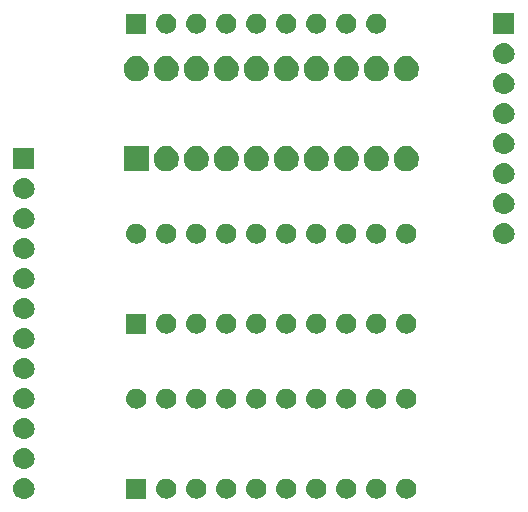
<source format=gbs>
G04 #@! TF.GenerationSoftware,KiCad,Pcbnew,(5.1.2)-2*
G04 #@! TF.CreationDate,2019-08-11T20:37:08+02:00*
G04 #@! TF.ProjectId,Instruction-Register,496e7374-7275-4637-9469-6f6e2d526567,rev?*
G04 #@! TF.SameCoordinates,Original*
G04 #@! TF.FileFunction,Soldermask,Bot*
G04 #@! TF.FilePolarity,Negative*
%FSLAX46Y46*%
G04 Gerber Fmt 4.6, Leading zero omitted, Abs format (unit mm)*
G04 Created by KiCad (PCBNEW (5.1.2)-2) date 2019-08-11 20:37:08*
%MOMM*%
%LPD*%
G04 APERTURE LIST*
%ADD10C,0.100000*%
G04 APERTURE END LIST*
D10*
G36*
X33765442Y-60065518D02*
G01*
X33831627Y-60072037D01*
X34001466Y-60123557D01*
X34157991Y-60207222D01*
X34193729Y-60236552D01*
X34295186Y-60319814D01*
X34378448Y-60421271D01*
X34407778Y-60457009D01*
X34491443Y-60613534D01*
X34542963Y-60783373D01*
X34560359Y-60960000D01*
X34542963Y-61136627D01*
X34491443Y-61306466D01*
X34407778Y-61462991D01*
X34378448Y-61498729D01*
X34295186Y-61600186D01*
X34193729Y-61683448D01*
X34157991Y-61712778D01*
X34001466Y-61796443D01*
X33831627Y-61847963D01*
X33765443Y-61854481D01*
X33699260Y-61861000D01*
X33610740Y-61861000D01*
X33544557Y-61854481D01*
X33478373Y-61847963D01*
X33308534Y-61796443D01*
X33152009Y-61712778D01*
X33116271Y-61683448D01*
X33014814Y-61600186D01*
X32931552Y-61498729D01*
X32902222Y-61462991D01*
X32818557Y-61306466D01*
X32767037Y-61136627D01*
X32749641Y-60960000D01*
X32767037Y-60783373D01*
X32818557Y-60613534D01*
X32902222Y-60457009D01*
X32931552Y-60421271D01*
X33014814Y-60319814D01*
X33116271Y-60236552D01*
X33152009Y-60207222D01*
X33308534Y-60123557D01*
X33478373Y-60072037D01*
X33544558Y-60065518D01*
X33610740Y-60059000D01*
X33699260Y-60059000D01*
X33765442Y-60065518D01*
X33765442Y-60065518D01*
G37*
G36*
X66206823Y-60121313D02*
G01*
X66367242Y-60169976D01*
X66436922Y-60207221D01*
X66515078Y-60248996D01*
X66644659Y-60355341D01*
X66751004Y-60484922D01*
X66751005Y-60484924D01*
X66830024Y-60632758D01*
X66878687Y-60793177D01*
X66895117Y-60960000D01*
X66878687Y-61126823D01*
X66830024Y-61287242D01*
X66819747Y-61306468D01*
X66751004Y-61435078D01*
X66644659Y-61564659D01*
X66515078Y-61671004D01*
X66515076Y-61671005D01*
X66367242Y-61750024D01*
X66206823Y-61798687D01*
X66081804Y-61811000D01*
X65998196Y-61811000D01*
X65873177Y-61798687D01*
X65712758Y-61750024D01*
X65564924Y-61671005D01*
X65564922Y-61671004D01*
X65435341Y-61564659D01*
X65328996Y-61435078D01*
X65260253Y-61306468D01*
X65249976Y-61287242D01*
X65201313Y-61126823D01*
X65184883Y-60960000D01*
X65201313Y-60793177D01*
X65249976Y-60632758D01*
X65328995Y-60484924D01*
X65328996Y-60484922D01*
X65435341Y-60355341D01*
X65564922Y-60248996D01*
X65643078Y-60207221D01*
X65712758Y-60169976D01*
X65873177Y-60121313D01*
X65998196Y-60109000D01*
X66081804Y-60109000D01*
X66206823Y-60121313D01*
X66206823Y-60121313D01*
G37*
G36*
X63666823Y-60121313D02*
G01*
X63827242Y-60169976D01*
X63896922Y-60207221D01*
X63975078Y-60248996D01*
X64104659Y-60355341D01*
X64211004Y-60484922D01*
X64211005Y-60484924D01*
X64290024Y-60632758D01*
X64338687Y-60793177D01*
X64355117Y-60960000D01*
X64338687Y-61126823D01*
X64290024Y-61287242D01*
X64279747Y-61306468D01*
X64211004Y-61435078D01*
X64104659Y-61564659D01*
X63975078Y-61671004D01*
X63975076Y-61671005D01*
X63827242Y-61750024D01*
X63666823Y-61798687D01*
X63541804Y-61811000D01*
X63458196Y-61811000D01*
X63333177Y-61798687D01*
X63172758Y-61750024D01*
X63024924Y-61671005D01*
X63024922Y-61671004D01*
X62895341Y-61564659D01*
X62788996Y-61435078D01*
X62720253Y-61306468D01*
X62709976Y-61287242D01*
X62661313Y-61126823D01*
X62644883Y-60960000D01*
X62661313Y-60793177D01*
X62709976Y-60632758D01*
X62788995Y-60484924D01*
X62788996Y-60484922D01*
X62895341Y-60355341D01*
X63024922Y-60248996D01*
X63103078Y-60207221D01*
X63172758Y-60169976D01*
X63333177Y-60121313D01*
X63458196Y-60109000D01*
X63541804Y-60109000D01*
X63666823Y-60121313D01*
X63666823Y-60121313D01*
G37*
G36*
X61126823Y-60121313D02*
G01*
X61287242Y-60169976D01*
X61356922Y-60207221D01*
X61435078Y-60248996D01*
X61564659Y-60355341D01*
X61671004Y-60484922D01*
X61671005Y-60484924D01*
X61750024Y-60632758D01*
X61798687Y-60793177D01*
X61815117Y-60960000D01*
X61798687Y-61126823D01*
X61750024Y-61287242D01*
X61739747Y-61306468D01*
X61671004Y-61435078D01*
X61564659Y-61564659D01*
X61435078Y-61671004D01*
X61435076Y-61671005D01*
X61287242Y-61750024D01*
X61126823Y-61798687D01*
X61001804Y-61811000D01*
X60918196Y-61811000D01*
X60793177Y-61798687D01*
X60632758Y-61750024D01*
X60484924Y-61671005D01*
X60484922Y-61671004D01*
X60355341Y-61564659D01*
X60248996Y-61435078D01*
X60180253Y-61306468D01*
X60169976Y-61287242D01*
X60121313Y-61126823D01*
X60104883Y-60960000D01*
X60121313Y-60793177D01*
X60169976Y-60632758D01*
X60248995Y-60484924D01*
X60248996Y-60484922D01*
X60355341Y-60355341D01*
X60484922Y-60248996D01*
X60563078Y-60207221D01*
X60632758Y-60169976D01*
X60793177Y-60121313D01*
X60918196Y-60109000D01*
X61001804Y-60109000D01*
X61126823Y-60121313D01*
X61126823Y-60121313D01*
G37*
G36*
X58586823Y-60121313D02*
G01*
X58747242Y-60169976D01*
X58816922Y-60207221D01*
X58895078Y-60248996D01*
X59024659Y-60355341D01*
X59131004Y-60484922D01*
X59131005Y-60484924D01*
X59210024Y-60632758D01*
X59258687Y-60793177D01*
X59275117Y-60960000D01*
X59258687Y-61126823D01*
X59210024Y-61287242D01*
X59199747Y-61306468D01*
X59131004Y-61435078D01*
X59024659Y-61564659D01*
X58895078Y-61671004D01*
X58895076Y-61671005D01*
X58747242Y-61750024D01*
X58586823Y-61798687D01*
X58461804Y-61811000D01*
X58378196Y-61811000D01*
X58253177Y-61798687D01*
X58092758Y-61750024D01*
X57944924Y-61671005D01*
X57944922Y-61671004D01*
X57815341Y-61564659D01*
X57708996Y-61435078D01*
X57640253Y-61306468D01*
X57629976Y-61287242D01*
X57581313Y-61126823D01*
X57564883Y-60960000D01*
X57581313Y-60793177D01*
X57629976Y-60632758D01*
X57708995Y-60484924D01*
X57708996Y-60484922D01*
X57815341Y-60355341D01*
X57944922Y-60248996D01*
X58023078Y-60207221D01*
X58092758Y-60169976D01*
X58253177Y-60121313D01*
X58378196Y-60109000D01*
X58461804Y-60109000D01*
X58586823Y-60121313D01*
X58586823Y-60121313D01*
G37*
G36*
X56046823Y-60121313D02*
G01*
X56207242Y-60169976D01*
X56276922Y-60207221D01*
X56355078Y-60248996D01*
X56484659Y-60355341D01*
X56591004Y-60484922D01*
X56591005Y-60484924D01*
X56670024Y-60632758D01*
X56718687Y-60793177D01*
X56735117Y-60960000D01*
X56718687Y-61126823D01*
X56670024Y-61287242D01*
X56659747Y-61306468D01*
X56591004Y-61435078D01*
X56484659Y-61564659D01*
X56355078Y-61671004D01*
X56355076Y-61671005D01*
X56207242Y-61750024D01*
X56046823Y-61798687D01*
X55921804Y-61811000D01*
X55838196Y-61811000D01*
X55713177Y-61798687D01*
X55552758Y-61750024D01*
X55404924Y-61671005D01*
X55404922Y-61671004D01*
X55275341Y-61564659D01*
X55168996Y-61435078D01*
X55100253Y-61306468D01*
X55089976Y-61287242D01*
X55041313Y-61126823D01*
X55024883Y-60960000D01*
X55041313Y-60793177D01*
X55089976Y-60632758D01*
X55168995Y-60484924D01*
X55168996Y-60484922D01*
X55275341Y-60355341D01*
X55404922Y-60248996D01*
X55483078Y-60207221D01*
X55552758Y-60169976D01*
X55713177Y-60121313D01*
X55838196Y-60109000D01*
X55921804Y-60109000D01*
X56046823Y-60121313D01*
X56046823Y-60121313D01*
G37*
G36*
X50966823Y-60121313D02*
G01*
X51127242Y-60169976D01*
X51196922Y-60207221D01*
X51275078Y-60248996D01*
X51404659Y-60355341D01*
X51511004Y-60484922D01*
X51511005Y-60484924D01*
X51590024Y-60632758D01*
X51638687Y-60793177D01*
X51655117Y-60960000D01*
X51638687Y-61126823D01*
X51590024Y-61287242D01*
X51579747Y-61306468D01*
X51511004Y-61435078D01*
X51404659Y-61564659D01*
X51275078Y-61671004D01*
X51275076Y-61671005D01*
X51127242Y-61750024D01*
X50966823Y-61798687D01*
X50841804Y-61811000D01*
X50758196Y-61811000D01*
X50633177Y-61798687D01*
X50472758Y-61750024D01*
X50324924Y-61671005D01*
X50324922Y-61671004D01*
X50195341Y-61564659D01*
X50088996Y-61435078D01*
X50020253Y-61306468D01*
X50009976Y-61287242D01*
X49961313Y-61126823D01*
X49944883Y-60960000D01*
X49961313Y-60793177D01*
X50009976Y-60632758D01*
X50088995Y-60484924D01*
X50088996Y-60484922D01*
X50195341Y-60355341D01*
X50324922Y-60248996D01*
X50403078Y-60207221D01*
X50472758Y-60169976D01*
X50633177Y-60121313D01*
X50758196Y-60109000D01*
X50841804Y-60109000D01*
X50966823Y-60121313D01*
X50966823Y-60121313D01*
G37*
G36*
X53506823Y-60121313D02*
G01*
X53667242Y-60169976D01*
X53736922Y-60207221D01*
X53815078Y-60248996D01*
X53944659Y-60355341D01*
X54051004Y-60484922D01*
X54051005Y-60484924D01*
X54130024Y-60632758D01*
X54178687Y-60793177D01*
X54195117Y-60960000D01*
X54178687Y-61126823D01*
X54130024Y-61287242D01*
X54119747Y-61306468D01*
X54051004Y-61435078D01*
X53944659Y-61564659D01*
X53815078Y-61671004D01*
X53815076Y-61671005D01*
X53667242Y-61750024D01*
X53506823Y-61798687D01*
X53381804Y-61811000D01*
X53298196Y-61811000D01*
X53173177Y-61798687D01*
X53012758Y-61750024D01*
X52864924Y-61671005D01*
X52864922Y-61671004D01*
X52735341Y-61564659D01*
X52628996Y-61435078D01*
X52560253Y-61306468D01*
X52549976Y-61287242D01*
X52501313Y-61126823D01*
X52484883Y-60960000D01*
X52501313Y-60793177D01*
X52549976Y-60632758D01*
X52628995Y-60484924D01*
X52628996Y-60484922D01*
X52735341Y-60355341D01*
X52864922Y-60248996D01*
X52943078Y-60207221D01*
X53012758Y-60169976D01*
X53173177Y-60121313D01*
X53298196Y-60109000D01*
X53381804Y-60109000D01*
X53506823Y-60121313D01*
X53506823Y-60121313D01*
G37*
G36*
X44031000Y-61811000D02*
G01*
X42329000Y-61811000D01*
X42329000Y-60109000D01*
X44031000Y-60109000D01*
X44031000Y-61811000D01*
X44031000Y-61811000D01*
G37*
G36*
X48426823Y-60121313D02*
G01*
X48587242Y-60169976D01*
X48656922Y-60207221D01*
X48735078Y-60248996D01*
X48864659Y-60355341D01*
X48971004Y-60484922D01*
X48971005Y-60484924D01*
X49050024Y-60632758D01*
X49098687Y-60793177D01*
X49115117Y-60960000D01*
X49098687Y-61126823D01*
X49050024Y-61287242D01*
X49039747Y-61306468D01*
X48971004Y-61435078D01*
X48864659Y-61564659D01*
X48735078Y-61671004D01*
X48735076Y-61671005D01*
X48587242Y-61750024D01*
X48426823Y-61798687D01*
X48301804Y-61811000D01*
X48218196Y-61811000D01*
X48093177Y-61798687D01*
X47932758Y-61750024D01*
X47784924Y-61671005D01*
X47784922Y-61671004D01*
X47655341Y-61564659D01*
X47548996Y-61435078D01*
X47480253Y-61306468D01*
X47469976Y-61287242D01*
X47421313Y-61126823D01*
X47404883Y-60960000D01*
X47421313Y-60793177D01*
X47469976Y-60632758D01*
X47548995Y-60484924D01*
X47548996Y-60484922D01*
X47655341Y-60355341D01*
X47784922Y-60248996D01*
X47863078Y-60207221D01*
X47932758Y-60169976D01*
X48093177Y-60121313D01*
X48218196Y-60109000D01*
X48301804Y-60109000D01*
X48426823Y-60121313D01*
X48426823Y-60121313D01*
G37*
G36*
X45886823Y-60121313D02*
G01*
X46047242Y-60169976D01*
X46116922Y-60207221D01*
X46195078Y-60248996D01*
X46324659Y-60355341D01*
X46431004Y-60484922D01*
X46431005Y-60484924D01*
X46510024Y-60632758D01*
X46558687Y-60793177D01*
X46575117Y-60960000D01*
X46558687Y-61126823D01*
X46510024Y-61287242D01*
X46499747Y-61306468D01*
X46431004Y-61435078D01*
X46324659Y-61564659D01*
X46195078Y-61671004D01*
X46195076Y-61671005D01*
X46047242Y-61750024D01*
X45886823Y-61798687D01*
X45761804Y-61811000D01*
X45678196Y-61811000D01*
X45553177Y-61798687D01*
X45392758Y-61750024D01*
X45244924Y-61671005D01*
X45244922Y-61671004D01*
X45115341Y-61564659D01*
X45008996Y-61435078D01*
X44940253Y-61306468D01*
X44929976Y-61287242D01*
X44881313Y-61126823D01*
X44864883Y-60960000D01*
X44881313Y-60793177D01*
X44929976Y-60632758D01*
X45008995Y-60484924D01*
X45008996Y-60484922D01*
X45115341Y-60355341D01*
X45244922Y-60248996D01*
X45323078Y-60207221D01*
X45392758Y-60169976D01*
X45553177Y-60121313D01*
X45678196Y-60109000D01*
X45761804Y-60109000D01*
X45886823Y-60121313D01*
X45886823Y-60121313D01*
G37*
G36*
X33765443Y-57525519D02*
G01*
X33831627Y-57532037D01*
X34001466Y-57583557D01*
X34157991Y-57667222D01*
X34193729Y-57696552D01*
X34295186Y-57779814D01*
X34378448Y-57881271D01*
X34407778Y-57917009D01*
X34491443Y-58073534D01*
X34542963Y-58243373D01*
X34560359Y-58420000D01*
X34542963Y-58596627D01*
X34491443Y-58766466D01*
X34407778Y-58922991D01*
X34378448Y-58958729D01*
X34295186Y-59060186D01*
X34193729Y-59143448D01*
X34157991Y-59172778D01*
X34001466Y-59256443D01*
X33831627Y-59307963D01*
X33765442Y-59314482D01*
X33699260Y-59321000D01*
X33610740Y-59321000D01*
X33544558Y-59314482D01*
X33478373Y-59307963D01*
X33308534Y-59256443D01*
X33152009Y-59172778D01*
X33116271Y-59143448D01*
X33014814Y-59060186D01*
X32931552Y-58958729D01*
X32902222Y-58922991D01*
X32818557Y-58766466D01*
X32767037Y-58596627D01*
X32749641Y-58420000D01*
X32767037Y-58243373D01*
X32818557Y-58073534D01*
X32902222Y-57917009D01*
X32931552Y-57881271D01*
X33014814Y-57779814D01*
X33116271Y-57696552D01*
X33152009Y-57667222D01*
X33308534Y-57583557D01*
X33478373Y-57532037D01*
X33544557Y-57525519D01*
X33610740Y-57519000D01*
X33699260Y-57519000D01*
X33765443Y-57525519D01*
X33765443Y-57525519D01*
G37*
G36*
X33765443Y-54985519D02*
G01*
X33831627Y-54992037D01*
X34001466Y-55043557D01*
X34157991Y-55127222D01*
X34193729Y-55156552D01*
X34295186Y-55239814D01*
X34378448Y-55341271D01*
X34407778Y-55377009D01*
X34491443Y-55533534D01*
X34542963Y-55703373D01*
X34560359Y-55880000D01*
X34542963Y-56056627D01*
X34491443Y-56226466D01*
X34407778Y-56382991D01*
X34378448Y-56418729D01*
X34295186Y-56520186D01*
X34193729Y-56603448D01*
X34157991Y-56632778D01*
X34001466Y-56716443D01*
X33831627Y-56767963D01*
X33765443Y-56774481D01*
X33699260Y-56781000D01*
X33610740Y-56781000D01*
X33544557Y-56774481D01*
X33478373Y-56767963D01*
X33308534Y-56716443D01*
X33152009Y-56632778D01*
X33116271Y-56603448D01*
X33014814Y-56520186D01*
X32931552Y-56418729D01*
X32902222Y-56382991D01*
X32818557Y-56226466D01*
X32767037Y-56056627D01*
X32749641Y-55880000D01*
X32767037Y-55703373D01*
X32818557Y-55533534D01*
X32902222Y-55377009D01*
X32931552Y-55341271D01*
X33014814Y-55239814D01*
X33116271Y-55156552D01*
X33152009Y-55127222D01*
X33308534Y-55043557D01*
X33478373Y-54992037D01*
X33544557Y-54985519D01*
X33610740Y-54979000D01*
X33699260Y-54979000D01*
X33765443Y-54985519D01*
X33765443Y-54985519D01*
G37*
G36*
X33765443Y-52445519D02*
G01*
X33831627Y-52452037D01*
X34001466Y-52503557D01*
X34157991Y-52587222D01*
X34193729Y-52616552D01*
X34295186Y-52699814D01*
X34378448Y-52801271D01*
X34407778Y-52837009D01*
X34491443Y-52993534D01*
X34542963Y-53163373D01*
X34560359Y-53340000D01*
X34542963Y-53516627D01*
X34491443Y-53686466D01*
X34407778Y-53842991D01*
X34378448Y-53878729D01*
X34295186Y-53980186D01*
X34193729Y-54063448D01*
X34157991Y-54092778D01*
X34001466Y-54176443D01*
X33831627Y-54227963D01*
X33765442Y-54234482D01*
X33699260Y-54241000D01*
X33610740Y-54241000D01*
X33544558Y-54234482D01*
X33478373Y-54227963D01*
X33308534Y-54176443D01*
X33152009Y-54092778D01*
X33116271Y-54063448D01*
X33014814Y-53980186D01*
X32931552Y-53878729D01*
X32902222Y-53842991D01*
X32818557Y-53686466D01*
X32767037Y-53516627D01*
X32749641Y-53340000D01*
X32767037Y-53163373D01*
X32818557Y-52993534D01*
X32902222Y-52837009D01*
X32931552Y-52801271D01*
X33014814Y-52699814D01*
X33116271Y-52616552D01*
X33152009Y-52587222D01*
X33308534Y-52503557D01*
X33478373Y-52452037D01*
X33544558Y-52445518D01*
X33610740Y-52439000D01*
X33699260Y-52439000D01*
X33765443Y-52445519D01*
X33765443Y-52445519D01*
G37*
G36*
X48426823Y-52501313D02*
G01*
X48587242Y-52549976D01*
X48656922Y-52587221D01*
X48735078Y-52628996D01*
X48864659Y-52735341D01*
X48971004Y-52864922D01*
X48971005Y-52864924D01*
X49050024Y-53012758D01*
X49098687Y-53173177D01*
X49115117Y-53340000D01*
X49098687Y-53506823D01*
X49050024Y-53667242D01*
X49039747Y-53686468D01*
X48971004Y-53815078D01*
X48864659Y-53944659D01*
X48735078Y-54051004D01*
X48735076Y-54051005D01*
X48587242Y-54130024D01*
X48426823Y-54178687D01*
X48301804Y-54191000D01*
X48218196Y-54191000D01*
X48093177Y-54178687D01*
X47932758Y-54130024D01*
X47784924Y-54051005D01*
X47784922Y-54051004D01*
X47655341Y-53944659D01*
X47548996Y-53815078D01*
X47480253Y-53686468D01*
X47469976Y-53667242D01*
X47421313Y-53506823D01*
X47404883Y-53340000D01*
X47421313Y-53173177D01*
X47469976Y-53012758D01*
X47548995Y-52864924D01*
X47548996Y-52864922D01*
X47655341Y-52735341D01*
X47784922Y-52628996D01*
X47863078Y-52587221D01*
X47932758Y-52549976D01*
X48093177Y-52501313D01*
X48218196Y-52489000D01*
X48301804Y-52489000D01*
X48426823Y-52501313D01*
X48426823Y-52501313D01*
G37*
G36*
X63666823Y-52501313D02*
G01*
X63827242Y-52549976D01*
X63896922Y-52587221D01*
X63975078Y-52628996D01*
X64104659Y-52735341D01*
X64211004Y-52864922D01*
X64211005Y-52864924D01*
X64290024Y-53012758D01*
X64338687Y-53173177D01*
X64355117Y-53340000D01*
X64338687Y-53506823D01*
X64290024Y-53667242D01*
X64279747Y-53686468D01*
X64211004Y-53815078D01*
X64104659Y-53944659D01*
X63975078Y-54051004D01*
X63975076Y-54051005D01*
X63827242Y-54130024D01*
X63666823Y-54178687D01*
X63541804Y-54191000D01*
X63458196Y-54191000D01*
X63333177Y-54178687D01*
X63172758Y-54130024D01*
X63024924Y-54051005D01*
X63024922Y-54051004D01*
X62895341Y-53944659D01*
X62788996Y-53815078D01*
X62720253Y-53686468D01*
X62709976Y-53667242D01*
X62661313Y-53506823D01*
X62644883Y-53340000D01*
X62661313Y-53173177D01*
X62709976Y-53012758D01*
X62788995Y-52864924D01*
X62788996Y-52864922D01*
X62895341Y-52735341D01*
X63024922Y-52628996D01*
X63103078Y-52587221D01*
X63172758Y-52549976D01*
X63333177Y-52501313D01*
X63458196Y-52489000D01*
X63541804Y-52489000D01*
X63666823Y-52501313D01*
X63666823Y-52501313D01*
G37*
G36*
X61126823Y-52501313D02*
G01*
X61287242Y-52549976D01*
X61356922Y-52587221D01*
X61435078Y-52628996D01*
X61564659Y-52735341D01*
X61671004Y-52864922D01*
X61671005Y-52864924D01*
X61750024Y-53012758D01*
X61798687Y-53173177D01*
X61815117Y-53340000D01*
X61798687Y-53506823D01*
X61750024Y-53667242D01*
X61739747Y-53686468D01*
X61671004Y-53815078D01*
X61564659Y-53944659D01*
X61435078Y-54051004D01*
X61435076Y-54051005D01*
X61287242Y-54130024D01*
X61126823Y-54178687D01*
X61001804Y-54191000D01*
X60918196Y-54191000D01*
X60793177Y-54178687D01*
X60632758Y-54130024D01*
X60484924Y-54051005D01*
X60484922Y-54051004D01*
X60355341Y-53944659D01*
X60248996Y-53815078D01*
X60180253Y-53686468D01*
X60169976Y-53667242D01*
X60121313Y-53506823D01*
X60104883Y-53340000D01*
X60121313Y-53173177D01*
X60169976Y-53012758D01*
X60248995Y-52864924D01*
X60248996Y-52864922D01*
X60355341Y-52735341D01*
X60484922Y-52628996D01*
X60563078Y-52587221D01*
X60632758Y-52549976D01*
X60793177Y-52501313D01*
X60918196Y-52489000D01*
X61001804Y-52489000D01*
X61126823Y-52501313D01*
X61126823Y-52501313D01*
G37*
G36*
X58586823Y-52501313D02*
G01*
X58747242Y-52549976D01*
X58816922Y-52587221D01*
X58895078Y-52628996D01*
X59024659Y-52735341D01*
X59131004Y-52864922D01*
X59131005Y-52864924D01*
X59210024Y-53012758D01*
X59258687Y-53173177D01*
X59275117Y-53340000D01*
X59258687Y-53506823D01*
X59210024Y-53667242D01*
X59199747Y-53686468D01*
X59131004Y-53815078D01*
X59024659Y-53944659D01*
X58895078Y-54051004D01*
X58895076Y-54051005D01*
X58747242Y-54130024D01*
X58586823Y-54178687D01*
X58461804Y-54191000D01*
X58378196Y-54191000D01*
X58253177Y-54178687D01*
X58092758Y-54130024D01*
X57944924Y-54051005D01*
X57944922Y-54051004D01*
X57815341Y-53944659D01*
X57708996Y-53815078D01*
X57640253Y-53686468D01*
X57629976Y-53667242D01*
X57581313Y-53506823D01*
X57564883Y-53340000D01*
X57581313Y-53173177D01*
X57629976Y-53012758D01*
X57708995Y-52864924D01*
X57708996Y-52864922D01*
X57815341Y-52735341D01*
X57944922Y-52628996D01*
X58023078Y-52587221D01*
X58092758Y-52549976D01*
X58253177Y-52501313D01*
X58378196Y-52489000D01*
X58461804Y-52489000D01*
X58586823Y-52501313D01*
X58586823Y-52501313D01*
G37*
G36*
X56046823Y-52501313D02*
G01*
X56207242Y-52549976D01*
X56276922Y-52587221D01*
X56355078Y-52628996D01*
X56484659Y-52735341D01*
X56591004Y-52864922D01*
X56591005Y-52864924D01*
X56670024Y-53012758D01*
X56718687Y-53173177D01*
X56735117Y-53340000D01*
X56718687Y-53506823D01*
X56670024Y-53667242D01*
X56659747Y-53686468D01*
X56591004Y-53815078D01*
X56484659Y-53944659D01*
X56355078Y-54051004D01*
X56355076Y-54051005D01*
X56207242Y-54130024D01*
X56046823Y-54178687D01*
X55921804Y-54191000D01*
X55838196Y-54191000D01*
X55713177Y-54178687D01*
X55552758Y-54130024D01*
X55404924Y-54051005D01*
X55404922Y-54051004D01*
X55275341Y-53944659D01*
X55168996Y-53815078D01*
X55100253Y-53686468D01*
X55089976Y-53667242D01*
X55041313Y-53506823D01*
X55024883Y-53340000D01*
X55041313Y-53173177D01*
X55089976Y-53012758D01*
X55168995Y-52864924D01*
X55168996Y-52864922D01*
X55275341Y-52735341D01*
X55404922Y-52628996D01*
X55483078Y-52587221D01*
X55552758Y-52549976D01*
X55713177Y-52501313D01*
X55838196Y-52489000D01*
X55921804Y-52489000D01*
X56046823Y-52501313D01*
X56046823Y-52501313D01*
G37*
G36*
X53506823Y-52501313D02*
G01*
X53667242Y-52549976D01*
X53736922Y-52587221D01*
X53815078Y-52628996D01*
X53944659Y-52735341D01*
X54051004Y-52864922D01*
X54051005Y-52864924D01*
X54130024Y-53012758D01*
X54178687Y-53173177D01*
X54195117Y-53340000D01*
X54178687Y-53506823D01*
X54130024Y-53667242D01*
X54119747Y-53686468D01*
X54051004Y-53815078D01*
X53944659Y-53944659D01*
X53815078Y-54051004D01*
X53815076Y-54051005D01*
X53667242Y-54130024D01*
X53506823Y-54178687D01*
X53381804Y-54191000D01*
X53298196Y-54191000D01*
X53173177Y-54178687D01*
X53012758Y-54130024D01*
X52864924Y-54051005D01*
X52864922Y-54051004D01*
X52735341Y-53944659D01*
X52628996Y-53815078D01*
X52560253Y-53686468D01*
X52549976Y-53667242D01*
X52501313Y-53506823D01*
X52484883Y-53340000D01*
X52501313Y-53173177D01*
X52549976Y-53012758D01*
X52628995Y-52864924D01*
X52628996Y-52864922D01*
X52735341Y-52735341D01*
X52864922Y-52628996D01*
X52943078Y-52587221D01*
X53012758Y-52549976D01*
X53173177Y-52501313D01*
X53298196Y-52489000D01*
X53381804Y-52489000D01*
X53506823Y-52501313D01*
X53506823Y-52501313D01*
G37*
G36*
X50966823Y-52501313D02*
G01*
X51127242Y-52549976D01*
X51196922Y-52587221D01*
X51275078Y-52628996D01*
X51404659Y-52735341D01*
X51511004Y-52864922D01*
X51511005Y-52864924D01*
X51590024Y-53012758D01*
X51638687Y-53173177D01*
X51655117Y-53340000D01*
X51638687Y-53506823D01*
X51590024Y-53667242D01*
X51579747Y-53686468D01*
X51511004Y-53815078D01*
X51404659Y-53944659D01*
X51275078Y-54051004D01*
X51275076Y-54051005D01*
X51127242Y-54130024D01*
X50966823Y-54178687D01*
X50841804Y-54191000D01*
X50758196Y-54191000D01*
X50633177Y-54178687D01*
X50472758Y-54130024D01*
X50324924Y-54051005D01*
X50324922Y-54051004D01*
X50195341Y-53944659D01*
X50088996Y-53815078D01*
X50020253Y-53686468D01*
X50009976Y-53667242D01*
X49961313Y-53506823D01*
X49944883Y-53340000D01*
X49961313Y-53173177D01*
X50009976Y-53012758D01*
X50088995Y-52864924D01*
X50088996Y-52864922D01*
X50195341Y-52735341D01*
X50324922Y-52628996D01*
X50403078Y-52587221D01*
X50472758Y-52549976D01*
X50633177Y-52501313D01*
X50758196Y-52489000D01*
X50841804Y-52489000D01*
X50966823Y-52501313D01*
X50966823Y-52501313D01*
G37*
G36*
X66206823Y-52501313D02*
G01*
X66367242Y-52549976D01*
X66436922Y-52587221D01*
X66515078Y-52628996D01*
X66644659Y-52735341D01*
X66751004Y-52864922D01*
X66751005Y-52864924D01*
X66830024Y-53012758D01*
X66878687Y-53173177D01*
X66895117Y-53340000D01*
X66878687Y-53506823D01*
X66830024Y-53667242D01*
X66819747Y-53686468D01*
X66751004Y-53815078D01*
X66644659Y-53944659D01*
X66515078Y-54051004D01*
X66515076Y-54051005D01*
X66367242Y-54130024D01*
X66206823Y-54178687D01*
X66081804Y-54191000D01*
X65998196Y-54191000D01*
X65873177Y-54178687D01*
X65712758Y-54130024D01*
X65564924Y-54051005D01*
X65564922Y-54051004D01*
X65435341Y-53944659D01*
X65328996Y-53815078D01*
X65260253Y-53686468D01*
X65249976Y-53667242D01*
X65201313Y-53506823D01*
X65184883Y-53340000D01*
X65201313Y-53173177D01*
X65249976Y-53012758D01*
X65328995Y-52864924D01*
X65328996Y-52864922D01*
X65435341Y-52735341D01*
X65564922Y-52628996D01*
X65643078Y-52587221D01*
X65712758Y-52549976D01*
X65873177Y-52501313D01*
X65998196Y-52489000D01*
X66081804Y-52489000D01*
X66206823Y-52501313D01*
X66206823Y-52501313D01*
G37*
G36*
X43346823Y-52501313D02*
G01*
X43507242Y-52549976D01*
X43576922Y-52587221D01*
X43655078Y-52628996D01*
X43784659Y-52735341D01*
X43891004Y-52864922D01*
X43891005Y-52864924D01*
X43970024Y-53012758D01*
X44018687Y-53173177D01*
X44035117Y-53340000D01*
X44018687Y-53506823D01*
X43970024Y-53667242D01*
X43959747Y-53686468D01*
X43891004Y-53815078D01*
X43784659Y-53944659D01*
X43655078Y-54051004D01*
X43655076Y-54051005D01*
X43507242Y-54130024D01*
X43346823Y-54178687D01*
X43221804Y-54191000D01*
X43138196Y-54191000D01*
X43013177Y-54178687D01*
X42852758Y-54130024D01*
X42704924Y-54051005D01*
X42704922Y-54051004D01*
X42575341Y-53944659D01*
X42468996Y-53815078D01*
X42400253Y-53686468D01*
X42389976Y-53667242D01*
X42341313Y-53506823D01*
X42324883Y-53340000D01*
X42341313Y-53173177D01*
X42389976Y-53012758D01*
X42468995Y-52864924D01*
X42468996Y-52864922D01*
X42575341Y-52735341D01*
X42704922Y-52628996D01*
X42783078Y-52587221D01*
X42852758Y-52549976D01*
X43013177Y-52501313D01*
X43138196Y-52489000D01*
X43221804Y-52489000D01*
X43346823Y-52501313D01*
X43346823Y-52501313D01*
G37*
G36*
X45886823Y-52501313D02*
G01*
X46047242Y-52549976D01*
X46116922Y-52587221D01*
X46195078Y-52628996D01*
X46324659Y-52735341D01*
X46431004Y-52864922D01*
X46431005Y-52864924D01*
X46510024Y-53012758D01*
X46558687Y-53173177D01*
X46575117Y-53340000D01*
X46558687Y-53506823D01*
X46510024Y-53667242D01*
X46499747Y-53686468D01*
X46431004Y-53815078D01*
X46324659Y-53944659D01*
X46195078Y-54051004D01*
X46195076Y-54051005D01*
X46047242Y-54130024D01*
X45886823Y-54178687D01*
X45761804Y-54191000D01*
X45678196Y-54191000D01*
X45553177Y-54178687D01*
X45392758Y-54130024D01*
X45244924Y-54051005D01*
X45244922Y-54051004D01*
X45115341Y-53944659D01*
X45008996Y-53815078D01*
X44940253Y-53686468D01*
X44929976Y-53667242D01*
X44881313Y-53506823D01*
X44864883Y-53340000D01*
X44881313Y-53173177D01*
X44929976Y-53012758D01*
X45008995Y-52864924D01*
X45008996Y-52864922D01*
X45115341Y-52735341D01*
X45244922Y-52628996D01*
X45323078Y-52587221D01*
X45392758Y-52549976D01*
X45553177Y-52501313D01*
X45678196Y-52489000D01*
X45761804Y-52489000D01*
X45886823Y-52501313D01*
X45886823Y-52501313D01*
G37*
G36*
X33765442Y-49905518D02*
G01*
X33831627Y-49912037D01*
X34001466Y-49963557D01*
X34157991Y-50047222D01*
X34193729Y-50076552D01*
X34295186Y-50159814D01*
X34378448Y-50261271D01*
X34407778Y-50297009D01*
X34491443Y-50453534D01*
X34542963Y-50623373D01*
X34560359Y-50800000D01*
X34542963Y-50976627D01*
X34491443Y-51146466D01*
X34407778Y-51302991D01*
X34378448Y-51338729D01*
X34295186Y-51440186D01*
X34193729Y-51523448D01*
X34157991Y-51552778D01*
X34001466Y-51636443D01*
X33831627Y-51687963D01*
X33765442Y-51694482D01*
X33699260Y-51701000D01*
X33610740Y-51701000D01*
X33544558Y-51694482D01*
X33478373Y-51687963D01*
X33308534Y-51636443D01*
X33152009Y-51552778D01*
X33116271Y-51523448D01*
X33014814Y-51440186D01*
X32931552Y-51338729D01*
X32902222Y-51302991D01*
X32818557Y-51146466D01*
X32767037Y-50976627D01*
X32749641Y-50800000D01*
X32767037Y-50623373D01*
X32818557Y-50453534D01*
X32902222Y-50297009D01*
X32931552Y-50261271D01*
X33014814Y-50159814D01*
X33116271Y-50076552D01*
X33152009Y-50047222D01*
X33308534Y-49963557D01*
X33478373Y-49912037D01*
X33544557Y-49905519D01*
X33610740Y-49899000D01*
X33699260Y-49899000D01*
X33765442Y-49905518D01*
X33765442Y-49905518D01*
G37*
G36*
X33765443Y-47365519D02*
G01*
X33831627Y-47372037D01*
X34001466Y-47423557D01*
X34157991Y-47507222D01*
X34193729Y-47536552D01*
X34295186Y-47619814D01*
X34378448Y-47721271D01*
X34407778Y-47757009D01*
X34491443Y-47913534D01*
X34542963Y-48083373D01*
X34560359Y-48260000D01*
X34542963Y-48436627D01*
X34491443Y-48606466D01*
X34407778Y-48762991D01*
X34378448Y-48798729D01*
X34295186Y-48900186D01*
X34193729Y-48983448D01*
X34157991Y-49012778D01*
X34001466Y-49096443D01*
X33831627Y-49147963D01*
X33765443Y-49154481D01*
X33699260Y-49161000D01*
X33610740Y-49161000D01*
X33544557Y-49154481D01*
X33478373Y-49147963D01*
X33308534Y-49096443D01*
X33152009Y-49012778D01*
X33116271Y-48983448D01*
X33014814Y-48900186D01*
X32931552Y-48798729D01*
X32902222Y-48762991D01*
X32818557Y-48606466D01*
X32767037Y-48436627D01*
X32749641Y-48260000D01*
X32767037Y-48083373D01*
X32818557Y-47913534D01*
X32902222Y-47757009D01*
X32931552Y-47721271D01*
X33014814Y-47619814D01*
X33116271Y-47536552D01*
X33152009Y-47507222D01*
X33308534Y-47423557D01*
X33478373Y-47372037D01*
X33544557Y-47365519D01*
X33610740Y-47359000D01*
X33699260Y-47359000D01*
X33765443Y-47365519D01*
X33765443Y-47365519D01*
G37*
G36*
X44031000Y-47841000D02*
G01*
X42329000Y-47841000D01*
X42329000Y-46139000D01*
X44031000Y-46139000D01*
X44031000Y-47841000D01*
X44031000Y-47841000D01*
G37*
G36*
X45886823Y-46151313D02*
G01*
X46047242Y-46199976D01*
X46179906Y-46270886D01*
X46195078Y-46278996D01*
X46324659Y-46385341D01*
X46431004Y-46514922D01*
X46431005Y-46514924D01*
X46510024Y-46662758D01*
X46558687Y-46823177D01*
X46575117Y-46990000D01*
X46558687Y-47156823D01*
X46510024Y-47317242D01*
X46480735Y-47372037D01*
X46431004Y-47465078D01*
X46324659Y-47594659D01*
X46195078Y-47701004D01*
X46195076Y-47701005D01*
X46047242Y-47780024D01*
X45886823Y-47828687D01*
X45761804Y-47841000D01*
X45678196Y-47841000D01*
X45553177Y-47828687D01*
X45392758Y-47780024D01*
X45244924Y-47701005D01*
X45244922Y-47701004D01*
X45115341Y-47594659D01*
X45008996Y-47465078D01*
X44959265Y-47372037D01*
X44929976Y-47317242D01*
X44881313Y-47156823D01*
X44864883Y-46990000D01*
X44881313Y-46823177D01*
X44929976Y-46662758D01*
X45008995Y-46514924D01*
X45008996Y-46514922D01*
X45115341Y-46385341D01*
X45244922Y-46278996D01*
X45260094Y-46270886D01*
X45392758Y-46199976D01*
X45553177Y-46151313D01*
X45678196Y-46139000D01*
X45761804Y-46139000D01*
X45886823Y-46151313D01*
X45886823Y-46151313D01*
G37*
G36*
X50966823Y-46151313D02*
G01*
X51127242Y-46199976D01*
X51259906Y-46270886D01*
X51275078Y-46278996D01*
X51404659Y-46385341D01*
X51511004Y-46514922D01*
X51511005Y-46514924D01*
X51590024Y-46662758D01*
X51638687Y-46823177D01*
X51655117Y-46990000D01*
X51638687Y-47156823D01*
X51590024Y-47317242D01*
X51560735Y-47372037D01*
X51511004Y-47465078D01*
X51404659Y-47594659D01*
X51275078Y-47701004D01*
X51275076Y-47701005D01*
X51127242Y-47780024D01*
X50966823Y-47828687D01*
X50841804Y-47841000D01*
X50758196Y-47841000D01*
X50633177Y-47828687D01*
X50472758Y-47780024D01*
X50324924Y-47701005D01*
X50324922Y-47701004D01*
X50195341Y-47594659D01*
X50088996Y-47465078D01*
X50039265Y-47372037D01*
X50009976Y-47317242D01*
X49961313Y-47156823D01*
X49944883Y-46990000D01*
X49961313Y-46823177D01*
X50009976Y-46662758D01*
X50088995Y-46514924D01*
X50088996Y-46514922D01*
X50195341Y-46385341D01*
X50324922Y-46278996D01*
X50340094Y-46270886D01*
X50472758Y-46199976D01*
X50633177Y-46151313D01*
X50758196Y-46139000D01*
X50841804Y-46139000D01*
X50966823Y-46151313D01*
X50966823Y-46151313D01*
G37*
G36*
X53506823Y-46151313D02*
G01*
X53667242Y-46199976D01*
X53799906Y-46270886D01*
X53815078Y-46278996D01*
X53944659Y-46385341D01*
X54051004Y-46514922D01*
X54051005Y-46514924D01*
X54130024Y-46662758D01*
X54178687Y-46823177D01*
X54195117Y-46990000D01*
X54178687Y-47156823D01*
X54130024Y-47317242D01*
X54100735Y-47372037D01*
X54051004Y-47465078D01*
X53944659Y-47594659D01*
X53815078Y-47701004D01*
X53815076Y-47701005D01*
X53667242Y-47780024D01*
X53506823Y-47828687D01*
X53381804Y-47841000D01*
X53298196Y-47841000D01*
X53173177Y-47828687D01*
X53012758Y-47780024D01*
X52864924Y-47701005D01*
X52864922Y-47701004D01*
X52735341Y-47594659D01*
X52628996Y-47465078D01*
X52579265Y-47372037D01*
X52549976Y-47317242D01*
X52501313Y-47156823D01*
X52484883Y-46990000D01*
X52501313Y-46823177D01*
X52549976Y-46662758D01*
X52628995Y-46514924D01*
X52628996Y-46514922D01*
X52735341Y-46385341D01*
X52864922Y-46278996D01*
X52880094Y-46270886D01*
X53012758Y-46199976D01*
X53173177Y-46151313D01*
X53298196Y-46139000D01*
X53381804Y-46139000D01*
X53506823Y-46151313D01*
X53506823Y-46151313D01*
G37*
G36*
X56046823Y-46151313D02*
G01*
X56207242Y-46199976D01*
X56339906Y-46270886D01*
X56355078Y-46278996D01*
X56484659Y-46385341D01*
X56591004Y-46514922D01*
X56591005Y-46514924D01*
X56670024Y-46662758D01*
X56718687Y-46823177D01*
X56735117Y-46990000D01*
X56718687Y-47156823D01*
X56670024Y-47317242D01*
X56640735Y-47372037D01*
X56591004Y-47465078D01*
X56484659Y-47594659D01*
X56355078Y-47701004D01*
X56355076Y-47701005D01*
X56207242Y-47780024D01*
X56046823Y-47828687D01*
X55921804Y-47841000D01*
X55838196Y-47841000D01*
X55713177Y-47828687D01*
X55552758Y-47780024D01*
X55404924Y-47701005D01*
X55404922Y-47701004D01*
X55275341Y-47594659D01*
X55168996Y-47465078D01*
X55119265Y-47372037D01*
X55089976Y-47317242D01*
X55041313Y-47156823D01*
X55024883Y-46990000D01*
X55041313Y-46823177D01*
X55089976Y-46662758D01*
X55168995Y-46514924D01*
X55168996Y-46514922D01*
X55275341Y-46385341D01*
X55404922Y-46278996D01*
X55420094Y-46270886D01*
X55552758Y-46199976D01*
X55713177Y-46151313D01*
X55838196Y-46139000D01*
X55921804Y-46139000D01*
X56046823Y-46151313D01*
X56046823Y-46151313D01*
G37*
G36*
X58586823Y-46151313D02*
G01*
X58747242Y-46199976D01*
X58879906Y-46270886D01*
X58895078Y-46278996D01*
X59024659Y-46385341D01*
X59131004Y-46514922D01*
X59131005Y-46514924D01*
X59210024Y-46662758D01*
X59258687Y-46823177D01*
X59275117Y-46990000D01*
X59258687Y-47156823D01*
X59210024Y-47317242D01*
X59180735Y-47372037D01*
X59131004Y-47465078D01*
X59024659Y-47594659D01*
X58895078Y-47701004D01*
X58895076Y-47701005D01*
X58747242Y-47780024D01*
X58586823Y-47828687D01*
X58461804Y-47841000D01*
X58378196Y-47841000D01*
X58253177Y-47828687D01*
X58092758Y-47780024D01*
X57944924Y-47701005D01*
X57944922Y-47701004D01*
X57815341Y-47594659D01*
X57708996Y-47465078D01*
X57659265Y-47372037D01*
X57629976Y-47317242D01*
X57581313Y-47156823D01*
X57564883Y-46990000D01*
X57581313Y-46823177D01*
X57629976Y-46662758D01*
X57708995Y-46514924D01*
X57708996Y-46514922D01*
X57815341Y-46385341D01*
X57944922Y-46278996D01*
X57960094Y-46270886D01*
X58092758Y-46199976D01*
X58253177Y-46151313D01*
X58378196Y-46139000D01*
X58461804Y-46139000D01*
X58586823Y-46151313D01*
X58586823Y-46151313D01*
G37*
G36*
X61126823Y-46151313D02*
G01*
X61287242Y-46199976D01*
X61419906Y-46270886D01*
X61435078Y-46278996D01*
X61564659Y-46385341D01*
X61671004Y-46514922D01*
X61671005Y-46514924D01*
X61750024Y-46662758D01*
X61798687Y-46823177D01*
X61815117Y-46990000D01*
X61798687Y-47156823D01*
X61750024Y-47317242D01*
X61720735Y-47372037D01*
X61671004Y-47465078D01*
X61564659Y-47594659D01*
X61435078Y-47701004D01*
X61435076Y-47701005D01*
X61287242Y-47780024D01*
X61126823Y-47828687D01*
X61001804Y-47841000D01*
X60918196Y-47841000D01*
X60793177Y-47828687D01*
X60632758Y-47780024D01*
X60484924Y-47701005D01*
X60484922Y-47701004D01*
X60355341Y-47594659D01*
X60248996Y-47465078D01*
X60199265Y-47372037D01*
X60169976Y-47317242D01*
X60121313Y-47156823D01*
X60104883Y-46990000D01*
X60121313Y-46823177D01*
X60169976Y-46662758D01*
X60248995Y-46514924D01*
X60248996Y-46514922D01*
X60355341Y-46385341D01*
X60484922Y-46278996D01*
X60500094Y-46270886D01*
X60632758Y-46199976D01*
X60793177Y-46151313D01*
X60918196Y-46139000D01*
X61001804Y-46139000D01*
X61126823Y-46151313D01*
X61126823Y-46151313D01*
G37*
G36*
X63666823Y-46151313D02*
G01*
X63827242Y-46199976D01*
X63959906Y-46270886D01*
X63975078Y-46278996D01*
X64104659Y-46385341D01*
X64211004Y-46514922D01*
X64211005Y-46514924D01*
X64290024Y-46662758D01*
X64338687Y-46823177D01*
X64355117Y-46990000D01*
X64338687Y-47156823D01*
X64290024Y-47317242D01*
X64260735Y-47372037D01*
X64211004Y-47465078D01*
X64104659Y-47594659D01*
X63975078Y-47701004D01*
X63975076Y-47701005D01*
X63827242Y-47780024D01*
X63666823Y-47828687D01*
X63541804Y-47841000D01*
X63458196Y-47841000D01*
X63333177Y-47828687D01*
X63172758Y-47780024D01*
X63024924Y-47701005D01*
X63024922Y-47701004D01*
X62895341Y-47594659D01*
X62788996Y-47465078D01*
X62739265Y-47372037D01*
X62709976Y-47317242D01*
X62661313Y-47156823D01*
X62644883Y-46990000D01*
X62661313Y-46823177D01*
X62709976Y-46662758D01*
X62788995Y-46514924D01*
X62788996Y-46514922D01*
X62895341Y-46385341D01*
X63024922Y-46278996D01*
X63040094Y-46270886D01*
X63172758Y-46199976D01*
X63333177Y-46151313D01*
X63458196Y-46139000D01*
X63541804Y-46139000D01*
X63666823Y-46151313D01*
X63666823Y-46151313D01*
G37*
G36*
X66206823Y-46151313D02*
G01*
X66367242Y-46199976D01*
X66499906Y-46270886D01*
X66515078Y-46278996D01*
X66644659Y-46385341D01*
X66751004Y-46514922D01*
X66751005Y-46514924D01*
X66830024Y-46662758D01*
X66878687Y-46823177D01*
X66895117Y-46990000D01*
X66878687Y-47156823D01*
X66830024Y-47317242D01*
X66800735Y-47372037D01*
X66751004Y-47465078D01*
X66644659Y-47594659D01*
X66515078Y-47701004D01*
X66515076Y-47701005D01*
X66367242Y-47780024D01*
X66206823Y-47828687D01*
X66081804Y-47841000D01*
X65998196Y-47841000D01*
X65873177Y-47828687D01*
X65712758Y-47780024D01*
X65564924Y-47701005D01*
X65564922Y-47701004D01*
X65435341Y-47594659D01*
X65328996Y-47465078D01*
X65279265Y-47372037D01*
X65249976Y-47317242D01*
X65201313Y-47156823D01*
X65184883Y-46990000D01*
X65201313Y-46823177D01*
X65249976Y-46662758D01*
X65328995Y-46514924D01*
X65328996Y-46514922D01*
X65435341Y-46385341D01*
X65564922Y-46278996D01*
X65580094Y-46270886D01*
X65712758Y-46199976D01*
X65873177Y-46151313D01*
X65998196Y-46139000D01*
X66081804Y-46139000D01*
X66206823Y-46151313D01*
X66206823Y-46151313D01*
G37*
G36*
X48426823Y-46151313D02*
G01*
X48587242Y-46199976D01*
X48719906Y-46270886D01*
X48735078Y-46278996D01*
X48864659Y-46385341D01*
X48971004Y-46514922D01*
X48971005Y-46514924D01*
X49050024Y-46662758D01*
X49098687Y-46823177D01*
X49115117Y-46990000D01*
X49098687Y-47156823D01*
X49050024Y-47317242D01*
X49020735Y-47372037D01*
X48971004Y-47465078D01*
X48864659Y-47594659D01*
X48735078Y-47701004D01*
X48735076Y-47701005D01*
X48587242Y-47780024D01*
X48426823Y-47828687D01*
X48301804Y-47841000D01*
X48218196Y-47841000D01*
X48093177Y-47828687D01*
X47932758Y-47780024D01*
X47784924Y-47701005D01*
X47784922Y-47701004D01*
X47655341Y-47594659D01*
X47548996Y-47465078D01*
X47499265Y-47372037D01*
X47469976Y-47317242D01*
X47421313Y-47156823D01*
X47404883Y-46990000D01*
X47421313Y-46823177D01*
X47469976Y-46662758D01*
X47548995Y-46514924D01*
X47548996Y-46514922D01*
X47655341Y-46385341D01*
X47784922Y-46278996D01*
X47800094Y-46270886D01*
X47932758Y-46199976D01*
X48093177Y-46151313D01*
X48218196Y-46139000D01*
X48301804Y-46139000D01*
X48426823Y-46151313D01*
X48426823Y-46151313D01*
G37*
G36*
X33765442Y-44825518D02*
G01*
X33831627Y-44832037D01*
X34001466Y-44883557D01*
X34157991Y-44967222D01*
X34193729Y-44996552D01*
X34295186Y-45079814D01*
X34378448Y-45181271D01*
X34407778Y-45217009D01*
X34491443Y-45373534D01*
X34542963Y-45543373D01*
X34560359Y-45720000D01*
X34542963Y-45896627D01*
X34491443Y-46066466D01*
X34407778Y-46222991D01*
X34378448Y-46258729D01*
X34295186Y-46360186D01*
X34193729Y-46443448D01*
X34157991Y-46472778D01*
X34001466Y-46556443D01*
X33831627Y-46607963D01*
X33765442Y-46614482D01*
X33699260Y-46621000D01*
X33610740Y-46621000D01*
X33544558Y-46614482D01*
X33478373Y-46607963D01*
X33308534Y-46556443D01*
X33152009Y-46472778D01*
X33116271Y-46443448D01*
X33014814Y-46360186D01*
X32931552Y-46258729D01*
X32902222Y-46222991D01*
X32818557Y-46066466D01*
X32767037Y-45896627D01*
X32749641Y-45720000D01*
X32767037Y-45543373D01*
X32818557Y-45373534D01*
X32902222Y-45217009D01*
X32931552Y-45181271D01*
X33014814Y-45079814D01*
X33116271Y-44996552D01*
X33152009Y-44967222D01*
X33308534Y-44883557D01*
X33478373Y-44832037D01*
X33544558Y-44825518D01*
X33610740Y-44819000D01*
X33699260Y-44819000D01*
X33765442Y-44825518D01*
X33765442Y-44825518D01*
G37*
G36*
X33765442Y-42285518D02*
G01*
X33831627Y-42292037D01*
X34001466Y-42343557D01*
X34157991Y-42427222D01*
X34193729Y-42456552D01*
X34295186Y-42539814D01*
X34378448Y-42641271D01*
X34407778Y-42677009D01*
X34491443Y-42833534D01*
X34542963Y-43003373D01*
X34560359Y-43180000D01*
X34542963Y-43356627D01*
X34491443Y-43526466D01*
X34407778Y-43682991D01*
X34378448Y-43718729D01*
X34295186Y-43820186D01*
X34193729Y-43903448D01*
X34157991Y-43932778D01*
X34001466Y-44016443D01*
X33831627Y-44067963D01*
X33765443Y-44074481D01*
X33699260Y-44081000D01*
X33610740Y-44081000D01*
X33544557Y-44074481D01*
X33478373Y-44067963D01*
X33308534Y-44016443D01*
X33152009Y-43932778D01*
X33116271Y-43903448D01*
X33014814Y-43820186D01*
X32931552Y-43718729D01*
X32902222Y-43682991D01*
X32818557Y-43526466D01*
X32767037Y-43356627D01*
X32749641Y-43180000D01*
X32767037Y-43003373D01*
X32818557Y-42833534D01*
X32902222Y-42677009D01*
X32931552Y-42641271D01*
X33014814Y-42539814D01*
X33116271Y-42456552D01*
X33152009Y-42427222D01*
X33308534Y-42343557D01*
X33478373Y-42292037D01*
X33544558Y-42285518D01*
X33610740Y-42279000D01*
X33699260Y-42279000D01*
X33765442Y-42285518D01*
X33765442Y-42285518D01*
G37*
G36*
X33765442Y-39745518D02*
G01*
X33831627Y-39752037D01*
X34001466Y-39803557D01*
X34157991Y-39887222D01*
X34193729Y-39916552D01*
X34295186Y-39999814D01*
X34378448Y-40101271D01*
X34407778Y-40137009D01*
X34491443Y-40293534D01*
X34542963Y-40463373D01*
X34560359Y-40640000D01*
X34542963Y-40816627D01*
X34491443Y-40986466D01*
X34407778Y-41142991D01*
X34378448Y-41178729D01*
X34295186Y-41280186D01*
X34193729Y-41363448D01*
X34157991Y-41392778D01*
X34001466Y-41476443D01*
X33831627Y-41527963D01*
X33765442Y-41534482D01*
X33699260Y-41541000D01*
X33610740Y-41541000D01*
X33544558Y-41534482D01*
X33478373Y-41527963D01*
X33308534Y-41476443D01*
X33152009Y-41392778D01*
X33116271Y-41363448D01*
X33014814Y-41280186D01*
X32931552Y-41178729D01*
X32902222Y-41142991D01*
X32818557Y-40986466D01*
X32767037Y-40816627D01*
X32749641Y-40640000D01*
X32767037Y-40463373D01*
X32818557Y-40293534D01*
X32902222Y-40137009D01*
X32931552Y-40101271D01*
X33014814Y-39999814D01*
X33116271Y-39916552D01*
X33152009Y-39887222D01*
X33308534Y-39803557D01*
X33478373Y-39752037D01*
X33544558Y-39745518D01*
X33610740Y-39739000D01*
X33699260Y-39739000D01*
X33765442Y-39745518D01*
X33765442Y-39745518D01*
G37*
G36*
X74405443Y-38475519D02*
G01*
X74471627Y-38482037D01*
X74641466Y-38533557D01*
X74797991Y-38617222D01*
X74833729Y-38646552D01*
X74935186Y-38729814D01*
X75018448Y-38831271D01*
X75047778Y-38867009D01*
X75131443Y-39023534D01*
X75182963Y-39193373D01*
X75200359Y-39370000D01*
X75182963Y-39546627D01*
X75131443Y-39716466D01*
X75047778Y-39872991D01*
X75018448Y-39908729D01*
X74935186Y-40010186D01*
X74833729Y-40093448D01*
X74797991Y-40122778D01*
X74641466Y-40206443D01*
X74471627Y-40257963D01*
X74405443Y-40264481D01*
X74339260Y-40271000D01*
X74250740Y-40271000D01*
X74184557Y-40264481D01*
X74118373Y-40257963D01*
X73948534Y-40206443D01*
X73792009Y-40122778D01*
X73756271Y-40093448D01*
X73654814Y-40010186D01*
X73571552Y-39908729D01*
X73542222Y-39872991D01*
X73458557Y-39716466D01*
X73407037Y-39546627D01*
X73389641Y-39370000D01*
X73407037Y-39193373D01*
X73458557Y-39023534D01*
X73542222Y-38867009D01*
X73571552Y-38831271D01*
X73654814Y-38729814D01*
X73756271Y-38646552D01*
X73792009Y-38617222D01*
X73948534Y-38533557D01*
X74118373Y-38482037D01*
X74184557Y-38475519D01*
X74250740Y-38469000D01*
X74339260Y-38469000D01*
X74405443Y-38475519D01*
X74405443Y-38475519D01*
G37*
G36*
X43346823Y-38531313D02*
G01*
X43507242Y-38579976D01*
X43576922Y-38617221D01*
X43655078Y-38658996D01*
X43784659Y-38765341D01*
X43891004Y-38894922D01*
X43891005Y-38894924D01*
X43970024Y-39042758D01*
X44018687Y-39203177D01*
X44035117Y-39370000D01*
X44018687Y-39536823D01*
X43970024Y-39697242D01*
X43940735Y-39752037D01*
X43891004Y-39845078D01*
X43784659Y-39974659D01*
X43655078Y-40081004D01*
X43655076Y-40081005D01*
X43507242Y-40160024D01*
X43346823Y-40208687D01*
X43221804Y-40221000D01*
X43138196Y-40221000D01*
X43013177Y-40208687D01*
X42852758Y-40160024D01*
X42704924Y-40081005D01*
X42704922Y-40081004D01*
X42575341Y-39974659D01*
X42468996Y-39845078D01*
X42419265Y-39752037D01*
X42389976Y-39697242D01*
X42341313Y-39536823D01*
X42324883Y-39370000D01*
X42341313Y-39203177D01*
X42389976Y-39042758D01*
X42468995Y-38894924D01*
X42468996Y-38894922D01*
X42575341Y-38765341D01*
X42704922Y-38658996D01*
X42783078Y-38617221D01*
X42852758Y-38579976D01*
X43013177Y-38531313D01*
X43138196Y-38519000D01*
X43221804Y-38519000D01*
X43346823Y-38531313D01*
X43346823Y-38531313D01*
G37*
G36*
X45886823Y-38531313D02*
G01*
X46047242Y-38579976D01*
X46116922Y-38617221D01*
X46195078Y-38658996D01*
X46324659Y-38765341D01*
X46431004Y-38894922D01*
X46431005Y-38894924D01*
X46510024Y-39042758D01*
X46558687Y-39203177D01*
X46575117Y-39370000D01*
X46558687Y-39536823D01*
X46510024Y-39697242D01*
X46480735Y-39752037D01*
X46431004Y-39845078D01*
X46324659Y-39974659D01*
X46195078Y-40081004D01*
X46195076Y-40081005D01*
X46047242Y-40160024D01*
X45886823Y-40208687D01*
X45761804Y-40221000D01*
X45678196Y-40221000D01*
X45553177Y-40208687D01*
X45392758Y-40160024D01*
X45244924Y-40081005D01*
X45244922Y-40081004D01*
X45115341Y-39974659D01*
X45008996Y-39845078D01*
X44959265Y-39752037D01*
X44929976Y-39697242D01*
X44881313Y-39536823D01*
X44864883Y-39370000D01*
X44881313Y-39203177D01*
X44929976Y-39042758D01*
X45008995Y-38894924D01*
X45008996Y-38894922D01*
X45115341Y-38765341D01*
X45244922Y-38658996D01*
X45323078Y-38617221D01*
X45392758Y-38579976D01*
X45553177Y-38531313D01*
X45678196Y-38519000D01*
X45761804Y-38519000D01*
X45886823Y-38531313D01*
X45886823Y-38531313D01*
G37*
G36*
X48426823Y-38531313D02*
G01*
X48587242Y-38579976D01*
X48656922Y-38617221D01*
X48735078Y-38658996D01*
X48864659Y-38765341D01*
X48971004Y-38894922D01*
X48971005Y-38894924D01*
X49050024Y-39042758D01*
X49098687Y-39203177D01*
X49115117Y-39370000D01*
X49098687Y-39536823D01*
X49050024Y-39697242D01*
X49020735Y-39752037D01*
X48971004Y-39845078D01*
X48864659Y-39974659D01*
X48735078Y-40081004D01*
X48735076Y-40081005D01*
X48587242Y-40160024D01*
X48426823Y-40208687D01*
X48301804Y-40221000D01*
X48218196Y-40221000D01*
X48093177Y-40208687D01*
X47932758Y-40160024D01*
X47784924Y-40081005D01*
X47784922Y-40081004D01*
X47655341Y-39974659D01*
X47548996Y-39845078D01*
X47499265Y-39752037D01*
X47469976Y-39697242D01*
X47421313Y-39536823D01*
X47404883Y-39370000D01*
X47421313Y-39203177D01*
X47469976Y-39042758D01*
X47548995Y-38894924D01*
X47548996Y-38894922D01*
X47655341Y-38765341D01*
X47784922Y-38658996D01*
X47863078Y-38617221D01*
X47932758Y-38579976D01*
X48093177Y-38531313D01*
X48218196Y-38519000D01*
X48301804Y-38519000D01*
X48426823Y-38531313D01*
X48426823Y-38531313D01*
G37*
G36*
X50966823Y-38531313D02*
G01*
X51127242Y-38579976D01*
X51196922Y-38617221D01*
X51275078Y-38658996D01*
X51404659Y-38765341D01*
X51511004Y-38894922D01*
X51511005Y-38894924D01*
X51590024Y-39042758D01*
X51638687Y-39203177D01*
X51655117Y-39370000D01*
X51638687Y-39536823D01*
X51590024Y-39697242D01*
X51560735Y-39752037D01*
X51511004Y-39845078D01*
X51404659Y-39974659D01*
X51275078Y-40081004D01*
X51275076Y-40081005D01*
X51127242Y-40160024D01*
X50966823Y-40208687D01*
X50841804Y-40221000D01*
X50758196Y-40221000D01*
X50633177Y-40208687D01*
X50472758Y-40160024D01*
X50324924Y-40081005D01*
X50324922Y-40081004D01*
X50195341Y-39974659D01*
X50088996Y-39845078D01*
X50039265Y-39752037D01*
X50009976Y-39697242D01*
X49961313Y-39536823D01*
X49944883Y-39370000D01*
X49961313Y-39203177D01*
X50009976Y-39042758D01*
X50088995Y-38894924D01*
X50088996Y-38894922D01*
X50195341Y-38765341D01*
X50324922Y-38658996D01*
X50403078Y-38617221D01*
X50472758Y-38579976D01*
X50633177Y-38531313D01*
X50758196Y-38519000D01*
X50841804Y-38519000D01*
X50966823Y-38531313D01*
X50966823Y-38531313D01*
G37*
G36*
X66206823Y-38531313D02*
G01*
X66367242Y-38579976D01*
X66436922Y-38617221D01*
X66515078Y-38658996D01*
X66644659Y-38765341D01*
X66751004Y-38894922D01*
X66751005Y-38894924D01*
X66830024Y-39042758D01*
X66878687Y-39203177D01*
X66895117Y-39370000D01*
X66878687Y-39536823D01*
X66830024Y-39697242D01*
X66800735Y-39752037D01*
X66751004Y-39845078D01*
X66644659Y-39974659D01*
X66515078Y-40081004D01*
X66515076Y-40081005D01*
X66367242Y-40160024D01*
X66206823Y-40208687D01*
X66081804Y-40221000D01*
X65998196Y-40221000D01*
X65873177Y-40208687D01*
X65712758Y-40160024D01*
X65564924Y-40081005D01*
X65564922Y-40081004D01*
X65435341Y-39974659D01*
X65328996Y-39845078D01*
X65279265Y-39752037D01*
X65249976Y-39697242D01*
X65201313Y-39536823D01*
X65184883Y-39370000D01*
X65201313Y-39203177D01*
X65249976Y-39042758D01*
X65328995Y-38894924D01*
X65328996Y-38894922D01*
X65435341Y-38765341D01*
X65564922Y-38658996D01*
X65643078Y-38617221D01*
X65712758Y-38579976D01*
X65873177Y-38531313D01*
X65998196Y-38519000D01*
X66081804Y-38519000D01*
X66206823Y-38531313D01*
X66206823Y-38531313D01*
G37*
G36*
X56046823Y-38531313D02*
G01*
X56207242Y-38579976D01*
X56276922Y-38617221D01*
X56355078Y-38658996D01*
X56484659Y-38765341D01*
X56591004Y-38894922D01*
X56591005Y-38894924D01*
X56670024Y-39042758D01*
X56718687Y-39203177D01*
X56735117Y-39370000D01*
X56718687Y-39536823D01*
X56670024Y-39697242D01*
X56640735Y-39752037D01*
X56591004Y-39845078D01*
X56484659Y-39974659D01*
X56355078Y-40081004D01*
X56355076Y-40081005D01*
X56207242Y-40160024D01*
X56046823Y-40208687D01*
X55921804Y-40221000D01*
X55838196Y-40221000D01*
X55713177Y-40208687D01*
X55552758Y-40160024D01*
X55404924Y-40081005D01*
X55404922Y-40081004D01*
X55275341Y-39974659D01*
X55168996Y-39845078D01*
X55119265Y-39752037D01*
X55089976Y-39697242D01*
X55041313Y-39536823D01*
X55024883Y-39370000D01*
X55041313Y-39203177D01*
X55089976Y-39042758D01*
X55168995Y-38894924D01*
X55168996Y-38894922D01*
X55275341Y-38765341D01*
X55404922Y-38658996D01*
X55483078Y-38617221D01*
X55552758Y-38579976D01*
X55713177Y-38531313D01*
X55838196Y-38519000D01*
X55921804Y-38519000D01*
X56046823Y-38531313D01*
X56046823Y-38531313D01*
G37*
G36*
X53506823Y-38531313D02*
G01*
X53667242Y-38579976D01*
X53736922Y-38617221D01*
X53815078Y-38658996D01*
X53944659Y-38765341D01*
X54051004Y-38894922D01*
X54051005Y-38894924D01*
X54130024Y-39042758D01*
X54178687Y-39203177D01*
X54195117Y-39370000D01*
X54178687Y-39536823D01*
X54130024Y-39697242D01*
X54100735Y-39752037D01*
X54051004Y-39845078D01*
X53944659Y-39974659D01*
X53815078Y-40081004D01*
X53815076Y-40081005D01*
X53667242Y-40160024D01*
X53506823Y-40208687D01*
X53381804Y-40221000D01*
X53298196Y-40221000D01*
X53173177Y-40208687D01*
X53012758Y-40160024D01*
X52864924Y-40081005D01*
X52864922Y-40081004D01*
X52735341Y-39974659D01*
X52628996Y-39845078D01*
X52579265Y-39752037D01*
X52549976Y-39697242D01*
X52501313Y-39536823D01*
X52484883Y-39370000D01*
X52501313Y-39203177D01*
X52549976Y-39042758D01*
X52628995Y-38894924D01*
X52628996Y-38894922D01*
X52735341Y-38765341D01*
X52864922Y-38658996D01*
X52943078Y-38617221D01*
X53012758Y-38579976D01*
X53173177Y-38531313D01*
X53298196Y-38519000D01*
X53381804Y-38519000D01*
X53506823Y-38531313D01*
X53506823Y-38531313D01*
G37*
G36*
X58586823Y-38531313D02*
G01*
X58747242Y-38579976D01*
X58816922Y-38617221D01*
X58895078Y-38658996D01*
X59024659Y-38765341D01*
X59131004Y-38894922D01*
X59131005Y-38894924D01*
X59210024Y-39042758D01*
X59258687Y-39203177D01*
X59275117Y-39370000D01*
X59258687Y-39536823D01*
X59210024Y-39697242D01*
X59180735Y-39752037D01*
X59131004Y-39845078D01*
X59024659Y-39974659D01*
X58895078Y-40081004D01*
X58895076Y-40081005D01*
X58747242Y-40160024D01*
X58586823Y-40208687D01*
X58461804Y-40221000D01*
X58378196Y-40221000D01*
X58253177Y-40208687D01*
X58092758Y-40160024D01*
X57944924Y-40081005D01*
X57944922Y-40081004D01*
X57815341Y-39974659D01*
X57708996Y-39845078D01*
X57659265Y-39752037D01*
X57629976Y-39697242D01*
X57581313Y-39536823D01*
X57564883Y-39370000D01*
X57581313Y-39203177D01*
X57629976Y-39042758D01*
X57708995Y-38894924D01*
X57708996Y-38894922D01*
X57815341Y-38765341D01*
X57944922Y-38658996D01*
X58023078Y-38617221D01*
X58092758Y-38579976D01*
X58253177Y-38531313D01*
X58378196Y-38519000D01*
X58461804Y-38519000D01*
X58586823Y-38531313D01*
X58586823Y-38531313D01*
G37*
G36*
X63666823Y-38531313D02*
G01*
X63827242Y-38579976D01*
X63896922Y-38617221D01*
X63975078Y-38658996D01*
X64104659Y-38765341D01*
X64211004Y-38894922D01*
X64211005Y-38894924D01*
X64290024Y-39042758D01*
X64338687Y-39203177D01*
X64355117Y-39370000D01*
X64338687Y-39536823D01*
X64290024Y-39697242D01*
X64260735Y-39752037D01*
X64211004Y-39845078D01*
X64104659Y-39974659D01*
X63975078Y-40081004D01*
X63975076Y-40081005D01*
X63827242Y-40160024D01*
X63666823Y-40208687D01*
X63541804Y-40221000D01*
X63458196Y-40221000D01*
X63333177Y-40208687D01*
X63172758Y-40160024D01*
X63024924Y-40081005D01*
X63024922Y-40081004D01*
X62895341Y-39974659D01*
X62788996Y-39845078D01*
X62739265Y-39752037D01*
X62709976Y-39697242D01*
X62661313Y-39536823D01*
X62644883Y-39370000D01*
X62661313Y-39203177D01*
X62709976Y-39042758D01*
X62788995Y-38894924D01*
X62788996Y-38894922D01*
X62895341Y-38765341D01*
X63024922Y-38658996D01*
X63103078Y-38617221D01*
X63172758Y-38579976D01*
X63333177Y-38531313D01*
X63458196Y-38519000D01*
X63541804Y-38519000D01*
X63666823Y-38531313D01*
X63666823Y-38531313D01*
G37*
G36*
X61126823Y-38531313D02*
G01*
X61287242Y-38579976D01*
X61356922Y-38617221D01*
X61435078Y-38658996D01*
X61564659Y-38765341D01*
X61671004Y-38894922D01*
X61671005Y-38894924D01*
X61750024Y-39042758D01*
X61798687Y-39203177D01*
X61815117Y-39370000D01*
X61798687Y-39536823D01*
X61750024Y-39697242D01*
X61720735Y-39752037D01*
X61671004Y-39845078D01*
X61564659Y-39974659D01*
X61435078Y-40081004D01*
X61435076Y-40081005D01*
X61287242Y-40160024D01*
X61126823Y-40208687D01*
X61001804Y-40221000D01*
X60918196Y-40221000D01*
X60793177Y-40208687D01*
X60632758Y-40160024D01*
X60484924Y-40081005D01*
X60484922Y-40081004D01*
X60355341Y-39974659D01*
X60248996Y-39845078D01*
X60199265Y-39752037D01*
X60169976Y-39697242D01*
X60121313Y-39536823D01*
X60104883Y-39370000D01*
X60121313Y-39203177D01*
X60169976Y-39042758D01*
X60248995Y-38894924D01*
X60248996Y-38894922D01*
X60355341Y-38765341D01*
X60484922Y-38658996D01*
X60563078Y-38617221D01*
X60632758Y-38579976D01*
X60793177Y-38531313D01*
X60918196Y-38519000D01*
X61001804Y-38519000D01*
X61126823Y-38531313D01*
X61126823Y-38531313D01*
G37*
G36*
X33765442Y-37205518D02*
G01*
X33831627Y-37212037D01*
X34001466Y-37263557D01*
X34157991Y-37347222D01*
X34193729Y-37376552D01*
X34295186Y-37459814D01*
X34378448Y-37561271D01*
X34407778Y-37597009D01*
X34491443Y-37753534D01*
X34542963Y-37923373D01*
X34560359Y-38100000D01*
X34542963Y-38276627D01*
X34491443Y-38446466D01*
X34407778Y-38602991D01*
X34378448Y-38638729D01*
X34295186Y-38740186D01*
X34193729Y-38823448D01*
X34157991Y-38852778D01*
X34001466Y-38936443D01*
X33831627Y-38987963D01*
X33765443Y-38994481D01*
X33699260Y-39001000D01*
X33610740Y-39001000D01*
X33544557Y-38994481D01*
X33478373Y-38987963D01*
X33308534Y-38936443D01*
X33152009Y-38852778D01*
X33116271Y-38823448D01*
X33014814Y-38740186D01*
X32931552Y-38638729D01*
X32902222Y-38602991D01*
X32818557Y-38446466D01*
X32767037Y-38276627D01*
X32749641Y-38100000D01*
X32767037Y-37923373D01*
X32818557Y-37753534D01*
X32902222Y-37597009D01*
X32931552Y-37561271D01*
X33014814Y-37459814D01*
X33116271Y-37376552D01*
X33152009Y-37347222D01*
X33308534Y-37263557D01*
X33478373Y-37212037D01*
X33544558Y-37205518D01*
X33610740Y-37199000D01*
X33699260Y-37199000D01*
X33765442Y-37205518D01*
X33765442Y-37205518D01*
G37*
G36*
X74405442Y-35935518D02*
G01*
X74471627Y-35942037D01*
X74641466Y-35993557D01*
X74797991Y-36077222D01*
X74833729Y-36106552D01*
X74935186Y-36189814D01*
X75018448Y-36291271D01*
X75047778Y-36327009D01*
X75131443Y-36483534D01*
X75182963Y-36653373D01*
X75200359Y-36830000D01*
X75182963Y-37006627D01*
X75131443Y-37176466D01*
X75047778Y-37332991D01*
X75018448Y-37368729D01*
X74935186Y-37470186D01*
X74833729Y-37553448D01*
X74797991Y-37582778D01*
X74641466Y-37666443D01*
X74471627Y-37717963D01*
X74405443Y-37724481D01*
X74339260Y-37731000D01*
X74250740Y-37731000D01*
X74184557Y-37724481D01*
X74118373Y-37717963D01*
X73948534Y-37666443D01*
X73792009Y-37582778D01*
X73756271Y-37553448D01*
X73654814Y-37470186D01*
X73571552Y-37368729D01*
X73542222Y-37332991D01*
X73458557Y-37176466D01*
X73407037Y-37006627D01*
X73389641Y-36830000D01*
X73407037Y-36653373D01*
X73458557Y-36483534D01*
X73542222Y-36327009D01*
X73571552Y-36291271D01*
X73654814Y-36189814D01*
X73756271Y-36106552D01*
X73792009Y-36077222D01*
X73948534Y-35993557D01*
X74118373Y-35942037D01*
X74184558Y-35935518D01*
X74250740Y-35929000D01*
X74339260Y-35929000D01*
X74405442Y-35935518D01*
X74405442Y-35935518D01*
G37*
G36*
X33765443Y-34665519D02*
G01*
X33831627Y-34672037D01*
X34001466Y-34723557D01*
X34157991Y-34807222D01*
X34193729Y-34836552D01*
X34295186Y-34919814D01*
X34378448Y-35021271D01*
X34407778Y-35057009D01*
X34491443Y-35213534D01*
X34542963Y-35383373D01*
X34560359Y-35560000D01*
X34542963Y-35736627D01*
X34491443Y-35906466D01*
X34407778Y-36062991D01*
X34378448Y-36098729D01*
X34295186Y-36200186D01*
X34193729Y-36283448D01*
X34157991Y-36312778D01*
X34001466Y-36396443D01*
X33831627Y-36447963D01*
X33765442Y-36454482D01*
X33699260Y-36461000D01*
X33610740Y-36461000D01*
X33544558Y-36454482D01*
X33478373Y-36447963D01*
X33308534Y-36396443D01*
X33152009Y-36312778D01*
X33116271Y-36283448D01*
X33014814Y-36200186D01*
X32931552Y-36098729D01*
X32902222Y-36062991D01*
X32818557Y-35906466D01*
X32767037Y-35736627D01*
X32749641Y-35560000D01*
X32767037Y-35383373D01*
X32818557Y-35213534D01*
X32902222Y-35057009D01*
X32931552Y-35021271D01*
X33014814Y-34919814D01*
X33116271Y-34836552D01*
X33152009Y-34807222D01*
X33308534Y-34723557D01*
X33478373Y-34672037D01*
X33544557Y-34665519D01*
X33610740Y-34659000D01*
X33699260Y-34659000D01*
X33765443Y-34665519D01*
X33765443Y-34665519D01*
G37*
G36*
X74405442Y-33395518D02*
G01*
X74471627Y-33402037D01*
X74641466Y-33453557D01*
X74797991Y-33537222D01*
X74833729Y-33566552D01*
X74935186Y-33649814D01*
X75018448Y-33751271D01*
X75047778Y-33787009D01*
X75131443Y-33943534D01*
X75182963Y-34113373D01*
X75200359Y-34290000D01*
X75182963Y-34466627D01*
X75131443Y-34636466D01*
X75047778Y-34792991D01*
X75018448Y-34828729D01*
X74935186Y-34930186D01*
X74833729Y-35013448D01*
X74797991Y-35042778D01*
X74641466Y-35126443D01*
X74471627Y-35177963D01*
X74405442Y-35184482D01*
X74339260Y-35191000D01*
X74250740Y-35191000D01*
X74184558Y-35184482D01*
X74118373Y-35177963D01*
X73948534Y-35126443D01*
X73792009Y-35042778D01*
X73756271Y-35013448D01*
X73654814Y-34930186D01*
X73571552Y-34828729D01*
X73542222Y-34792991D01*
X73458557Y-34636466D01*
X73407037Y-34466627D01*
X73389641Y-34290000D01*
X73407037Y-34113373D01*
X73458557Y-33943534D01*
X73542222Y-33787009D01*
X73571552Y-33751271D01*
X73654814Y-33649814D01*
X73756271Y-33566552D01*
X73792009Y-33537222D01*
X73948534Y-33453557D01*
X74118373Y-33402037D01*
X74184558Y-33395518D01*
X74250740Y-33389000D01*
X74339260Y-33389000D01*
X74405442Y-33395518D01*
X74405442Y-33395518D01*
G37*
G36*
X48571231Y-31994003D02*
G01*
X48765412Y-32074436D01*
X48765414Y-32074437D01*
X48940173Y-32191207D01*
X49088793Y-32339827D01*
X49205563Y-32514586D01*
X49205564Y-32514588D01*
X49285997Y-32708769D01*
X49327000Y-32914908D01*
X49327000Y-33125092D01*
X49285997Y-33331231D01*
X49235327Y-33453558D01*
X49205563Y-33525414D01*
X49088793Y-33700173D01*
X48940173Y-33848793D01*
X48765414Y-33965563D01*
X48765413Y-33965564D01*
X48765412Y-33965564D01*
X48571231Y-34045997D01*
X48365092Y-34087000D01*
X48154908Y-34087000D01*
X47948769Y-34045997D01*
X47754588Y-33965564D01*
X47754587Y-33965564D01*
X47754586Y-33965563D01*
X47579827Y-33848793D01*
X47431207Y-33700173D01*
X47314437Y-33525414D01*
X47284673Y-33453558D01*
X47234003Y-33331231D01*
X47193000Y-33125092D01*
X47193000Y-32914908D01*
X47234003Y-32708769D01*
X47314436Y-32514588D01*
X47314437Y-32514586D01*
X47431207Y-32339827D01*
X47579827Y-32191207D01*
X47754586Y-32074437D01*
X47754588Y-32074436D01*
X47948769Y-31994003D01*
X48154908Y-31953000D01*
X48365092Y-31953000D01*
X48571231Y-31994003D01*
X48571231Y-31994003D01*
G37*
G36*
X61271231Y-31994003D02*
G01*
X61465412Y-32074436D01*
X61465414Y-32074437D01*
X61640173Y-32191207D01*
X61788793Y-32339827D01*
X61905563Y-32514586D01*
X61905564Y-32514588D01*
X61985997Y-32708769D01*
X62027000Y-32914908D01*
X62027000Y-33125092D01*
X61985997Y-33331231D01*
X61935327Y-33453558D01*
X61905563Y-33525414D01*
X61788793Y-33700173D01*
X61640173Y-33848793D01*
X61465414Y-33965563D01*
X61465413Y-33965564D01*
X61465412Y-33965564D01*
X61271231Y-34045997D01*
X61065092Y-34087000D01*
X60854908Y-34087000D01*
X60648769Y-34045997D01*
X60454588Y-33965564D01*
X60454587Y-33965564D01*
X60454586Y-33965563D01*
X60279827Y-33848793D01*
X60131207Y-33700173D01*
X60014437Y-33525414D01*
X59984673Y-33453558D01*
X59934003Y-33331231D01*
X59893000Y-33125092D01*
X59893000Y-32914908D01*
X59934003Y-32708769D01*
X60014436Y-32514588D01*
X60014437Y-32514586D01*
X60131207Y-32339827D01*
X60279827Y-32191207D01*
X60454586Y-32074437D01*
X60454588Y-32074436D01*
X60648769Y-31994003D01*
X60854908Y-31953000D01*
X61065092Y-31953000D01*
X61271231Y-31994003D01*
X61271231Y-31994003D01*
G37*
G36*
X58731231Y-31994003D02*
G01*
X58925412Y-32074436D01*
X58925414Y-32074437D01*
X59100173Y-32191207D01*
X59248793Y-32339827D01*
X59365563Y-32514586D01*
X59365564Y-32514588D01*
X59445997Y-32708769D01*
X59487000Y-32914908D01*
X59487000Y-33125092D01*
X59445997Y-33331231D01*
X59395327Y-33453558D01*
X59365563Y-33525414D01*
X59248793Y-33700173D01*
X59100173Y-33848793D01*
X58925414Y-33965563D01*
X58925413Y-33965564D01*
X58925412Y-33965564D01*
X58731231Y-34045997D01*
X58525092Y-34087000D01*
X58314908Y-34087000D01*
X58108769Y-34045997D01*
X57914588Y-33965564D01*
X57914587Y-33965564D01*
X57914586Y-33965563D01*
X57739827Y-33848793D01*
X57591207Y-33700173D01*
X57474437Y-33525414D01*
X57444673Y-33453558D01*
X57394003Y-33331231D01*
X57353000Y-33125092D01*
X57353000Y-32914908D01*
X57394003Y-32708769D01*
X57474436Y-32514588D01*
X57474437Y-32514586D01*
X57591207Y-32339827D01*
X57739827Y-32191207D01*
X57914586Y-32074437D01*
X57914588Y-32074436D01*
X58108769Y-31994003D01*
X58314908Y-31953000D01*
X58525092Y-31953000D01*
X58731231Y-31994003D01*
X58731231Y-31994003D01*
G37*
G36*
X56191231Y-31994003D02*
G01*
X56385412Y-32074436D01*
X56385414Y-32074437D01*
X56560173Y-32191207D01*
X56708793Y-32339827D01*
X56825563Y-32514586D01*
X56825564Y-32514588D01*
X56905997Y-32708769D01*
X56947000Y-32914908D01*
X56947000Y-33125092D01*
X56905997Y-33331231D01*
X56855327Y-33453558D01*
X56825563Y-33525414D01*
X56708793Y-33700173D01*
X56560173Y-33848793D01*
X56385414Y-33965563D01*
X56385413Y-33965564D01*
X56385412Y-33965564D01*
X56191231Y-34045997D01*
X55985092Y-34087000D01*
X55774908Y-34087000D01*
X55568769Y-34045997D01*
X55374588Y-33965564D01*
X55374587Y-33965564D01*
X55374586Y-33965563D01*
X55199827Y-33848793D01*
X55051207Y-33700173D01*
X54934437Y-33525414D01*
X54904673Y-33453558D01*
X54854003Y-33331231D01*
X54813000Y-33125092D01*
X54813000Y-32914908D01*
X54854003Y-32708769D01*
X54934436Y-32514588D01*
X54934437Y-32514586D01*
X55051207Y-32339827D01*
X55199827Y-32191207D01*
X55374586Y-32074437D01*
X55374588Y-32074436D01*
X55568769Y-31994003D01*
X55774908Y-31953000D01*
X55985092Y-31953000D01*
X56191231Y-31994003D01*
X56191231Y-31994003D01*
G37*
G36*
X53651231Y-31994003D02*
G01*
X53845412Y-32074436D01*
X53845414Y-32074437D01*
X54020173Y-32191207D01*
X54168793Y-32339827D01*
X54285563Y-32514586D01*
X54285564Y-32514588D01*
X54365997Y-32708769D01*
X54407000Y-32914908D01*
X54407000Y-33125092D01*
X54365997Y-33331231D01*
X54315327Y-33453558D01*
X54285563Y-33525414D01*
X54168793Y-33700173D01*
X54020173Y-33848793D01*
X53845414Y-33965563D01*
X53845413Y-33965564D01*
X53845412Y-33965564D01*
X53651231Y-34045997D01*
X53445092Y-34087000D01*
X53234908Y-34087000D01*
X53028769Y-34045997D01*
X52834588Y-33965564D01*
X52834587Y-33965564D01*
X52834586Y-33965563D01*
X52659827Y-33848793D01*
X52511207Y-33700173D01*
X52394437Y-33525414D01*
X52364673Y-33453558D01*
X52314003Y-33331231D01*
X52273000Y-33125092D01*
X52273000Y-32914908D01*
X52314003Y-32708769D01*
X52394436Y-32514588D01*
X52394437Y-32514586D01*
X52511207Y-32339827D01*
X52659827Y-32191207D01*
X52834586Y-32074437D01*
X52834588Y-32074436D01*
X53028769Y-31994003D01*
X53234908Y-31953000D01*
X53445092Y-31953000D01*
X53651231Y-31994003D01*
X53651231Y-31994003D01*
G37*
G36*
X51111231Y-31994003D02*
G01*
X51305412Y-32074436D01*
X51305414Y-32074437D01*
X51480173Y-32191207D01*
X51628793Y-32339827D01*
X51745563Y-32514586D01*
X51745564Y-32514588D01*
X51825997Y-32708769D01*
X51867000Y-32914908D01*
X51867000Y-33125092D01*
X51825997Y-33331231D01*
X51775327Y-33453558D01*
X51745563Y-33525414D01*
X51628793Y-33700173D01*
X51480173Y-33848793D01*
X51305414Y-33965563D01*
X51305413Y-33965564D01*
X51305412Y-33965564D01*
X51111231Y-34045997D01*
X50905092Y-34087000D01*
X50694908Y-34087000D01*
X50488769Y-34045997D01*
X50294588Y-33965564D01*
X50294587Y-33965564D01*
X50294586Y-33965563D01*
X50119827Y-33848793D01*
X49971207Y-33700173D01*
X49854437Y-33525414D01*
X49824673Y-33453558D01*
X49774003Y-33331231D01*
X49733000Y-33125092D01*
X49733000Y-32914908D01*
X49774003Y-32708769D01*
X49854436Y-32514588D01*
X49854437Y-32514586D01*
X49971207Y-32339827D01*
X50119827Y-32191207D01*
X50294586Y-32074437D01*
X50294588Y-32074436D01*
X50488769Y-31994003D01*
X50694908Y-31953000D01*
X50905092Y-31953000D01*
X51111231Y-31994003D01*
X51111231Y-31994003D01*
G37*
G36*
X46031231Y-31994003D02*
G01*
X46225412Y-32074436D01*
X46225414Y-32074437D01*
X46400173Y-32191207D01*
X46548793Y-32339827D01*
X46665563Y-32514586D01*
X46665564Y-32514588D01*
X46745997Y-32708769D01*
X46787000Y-32914908D01*
X46787000Y-33125092D01*
X46745997Y-33331231D01*
X46695327Y-33453558D01*
X46665563Y-33525414D01*
X46548793Y-33700173D01*
X46400173Y-33848793D01*
X46225414Y-33965563D01*
X46225413Y-33965564D01*
X46225412Y-33965564D01*
X46031231Y-34045997D01*
X45825092Y-34087000D01*
X45614908Y-34087000D01*
X45408769Y-34045997D01*
X45214588Y-33965564D01*
X45214587Y-33965564D01*
X45214586Y-33965563D01*
X45039827Y-33848793D01*
X44891207Y-33700173D01*
X44774437Y-33525414D01*
X44744673Y-33453558D01*
X44694003Y-33331231D01*
X44653000Y-33125092D01*
X44653000Y-32914908D01*
X44694003Y-32708769D01*
X44774436Y-32514588D01*
X44774437Y-32514586D01*
X44891207Y-32339827D01*
X45039827Y-32191207D01*
X45214586Y-32074437D01*
X45214588Y-32074436D01*
X45408769Y-31994003D01*
X45614908Y-31953000D01*
X45825092Y-31953000D01*
X46031231Y-31994003D01*
X46031231Y-31994003D01*
G37*
G36*
X66351231Y-31994003D02*
G01*
X66545412Y-32074436D01*
X66545414Y-32074437D01*
X66720173Y-32191207D01*
X66868793Y-32339827D01*
X66985563Y-32514586D01*
X66985564Y-32514588D01*
X67065997Y-32708769D01*
X67107000Y-32914908D01*
X67107000Y-33125092D01*
X67065997Y-33331231D01*
X67015327Y-33453558D01*
X66985563Y-33525414D01*
X66868793Y-33700173D01*
X66720173Y-33848793D01*
X66545414Y-33965563D01*
X66545413Y-33965564D01*
X66545412Y-33965564D01*
X66351231Y-34045997D01*
X66145092Y-34087000D01*
X65934908Y-34087000D01*
X65728769Y-34045997D01*
X65534588Y-33965564D01*
X65534587Y-33965564D01*
X65534586Y-33965563D01*
X65359827Y-33848793D01*
X65211207Y-33700173D01*
X65094437Y-33525414D01*
X65064673Y-33453558D01*
X65014003Y-33331231D01*
X64973000Y-33125092D01*
X64973000Y-32914908D01*
X65014003Y-32708769D01*
X65094436Y-32514588D01*
X65094437Y-32514586D01*
X65211207Y-32339827D01*
X65359827Y-32191207D01*
X65534586Y-32074437D01*
X65534588Y-32074436D01*
X65728769Y-31994003D01*
X65934908Y-31953000D01*
X66145092Y-31953000D01*
X66351231Y-31994003D01*
X66351231Y-31994003D01*
G37*
G36*
X44247000Y-34087000D02*
G01*
X42113000Y-34087000D01*
X42113000Y-31953000D01*
X44247000Y-31953000D01*
X44247000Y-34087000D01*
X44247000Y-34087000D01*
G37*
G36*
X63811231Y-31994003D02*
G01*
X64005412Y-32074436D01*
X64005414Y-32074437D01*
X64180173Y-32191207D01*
X64328793Y-32339827D01*
X64445563Y-32514586D01*
X64445564Y-32514588D01*
X64525997Y-32708769D01*
X64567000Y-32914908D01*
X64567000Y-33125092D01*
X64525997Y-33331231D01*
X64475327Y-33453558D01*
X64445563Y-33525414D01*
X64328793Y-33700173D01*
X64180173Y-33848793D01*
X64005414Y-33965563D01*
X64005413Y-33965564D01*
X64005412Y-33965564D01*
X63811231Y-34045997D01*
X63605092Y-34087000D01*
X63394908Y-34087000D01*
X63188769Y-34045997D01*
X62994588Y-33965564D01*
X62994587Y-33965564D01*
X62994586Y-33965563D01*
X62819827Y-33848793D01*
X62671207Y-33700173D01*
X62554437Y-33525414D01*
X62524673Y-33453558D01*
X62474003Y-33331231D01*
X62433000Y-33125092D01*
X62433000Y-32914908D01*
X62474003Y-32708769D01*
X62554436Y-32514588D01*
X62554437Y-32514586D01*
X62671207Y-32339827D01*
X62819827Y-32191207D01*
X62994586Y-32074437D01*
X62994588Y-32074436D01*
X63188769Y-31994003D01*
X63394908Y-31953000D01*
X63605092Y-31953000D01*
X63811231Y-31994003D01*
X63811231Y-31994003D01*
G37*
G36*
X34556000Y-33921000D02*
G01*
X32754000Y-33921000D01*
X32754000Y-32119000D01*
X34556000Y-32119000D01*
X34556000Y-33921000D01*
X34556000Y-33921000D01*
G37*
G36*
X74405443Y-30855519D02*
G01*
X74471627Y-30862037D01*
X74641466Y-30913557D01*
X74797991Y-30997222D01*
X74833729Y-31026552D01*
X74935186Y-31109814D01*
X75018448Y-31211271D01*
X75047778Y-31247009D01*
X75131443Y-31403534D01*
X75182963Y-31573373D01*
X75200359Y-31750000D01*
X75182963Y-31926627D01*
X75131443Y-32096466D01*
X75047778Y-32252991D01*
X75018448Y-32288729D01*
X74935186Y-32390186D01*
X74833729Y-32473448D01*
X74797991Y-32502778D01*
X74641466Y-32586443D01*
X74471627Y-32637963D01*
X74405442Y-32644482D01*
X74339260Y-32651000D01*
X74250740Y-32651000D01*
X74184558Y-32644482D01*
X74118373Y-32637963D01*
X73948534Y-32586443D01*
X73792009Y-32502778D01*
X73756271Y-32473448D01*
X73654814Y-32390186D01*
X73571552Y-32288729D01*
X73542222Y-32252991D01*
X73458557Y-32096466D01*
X73407037Y-31926627D01*
X73389641Y-31750000D01*
X73407037Y-31573373D01*
X73458557Y-31403534D01*
X73542222Y-31247009D01*
X73571552Y-31211271D01*
X73654814Y-31109814D01*
X73756271Y-31026552D01*
X73792009Y-30997222D01*
X73948534Y-30913557D01*
X74118373Y-30862037D01*
X74184557Y-30855519D01*
X74250740Y-30849000D01*
X74339260Y-30849000D01*
X74405443Y-30855519D01*
X74405443Y-30855519D01*
G37*
G36*
X74405442Y-28315518D02*
G01*
X74471627Y-28322037D01*
X74641466Y-28373557D01*
X74797991Y-28457222D01*
X74833729Y-28486552D01*
X74935186Y-28569814D01*
X75018448Y-28671271D01*
X75047778Y-28707009D01*
X75131443Y-28863534D01*
X75182963Y-29033373D01*
X75200359Y-29210000D01*
X75182963Y-29386627D01*
X75131443Y-29556466D01*
X75047778Y-29712991D01*
X75018448Y-29748729D01*
X74935186Y-29850186D01*
X74833729Y-29933448D01*
X74797991Y-29962778D01*
X74641466Y-30046443D01*
X74471627Y-30097963D01*
X74405442Y-30104482D01*
X74339260Y-30111000D01*
X74250740Y-30111000D01*
X74184558Y-30104482D01*
X74118373Y-30097963D01*
X73948534Y-30046443D01*
X73792009Y-29962778D01*
X73756271Y-29933448D01*
X73654814Y-29850186D01*
X73571552Y-29748729D01*
X73542222Y-29712991D01*
X73458557Y-29556466D01*
X73407037Y-29386627D01*
X73389641Y-29210000D01*
X73407037Y-29033373D01*
X73458557Y-28863534D01*
X73542222Y-28707009D01*
X73571552Y-28671271D01*
X73654814Y-28569814D01*
X73756271Y-28486552D01*
X73792009Y-28457222D01*
X73948534Y-28373557D01*
X74118373Y-28322037D01*
X74184558Y-28315518D01*
X74250740Y-28309000D01*
X74339260Y-28309000D01*
X74405442Y-28315518D01*
X74405442Y-28315518D01*
G37*
G36*
X74405442Y-25775518D02*
G01*
X74471627Y-25782037D01*
X74641466Y-25833557D01*
X74797991Y-25917222D01*
X74833729Y-25946552D01*
X74935186Y-26029814D01*
X75018448Y-26131271D01*
X75047778Y-26167009D01*
X75131443Y-26323534D01*
X75182963Y-26493373D01*
X75200359Y-26670000D01*
X75182963Y-26846627D01*
X75131443Y-27016466D01*
X75047778Y-27172991D01*
X75018448Y-27208729D01*
X74935186Y-27310186D01*
X74833729Y-27393448D01*
X74797991Y-27422778D01*
X74641466Y-27506443D01*
X74471627Y-27557963D01*
X74405442Y-27564482D01*
X74339260Y-27571000D01*
X74250740Y-27571000D01*
X74184558Y-27564482D01*
X74118373Y-27557963D01*
X73948534Y-27506443D01*
X73792009Y-27422778D01*
X73756271Y-27393448D01*
X73654814Y-27310186D01*
X73571552Y-27208729D01*
X73542222Y-27172991D01*
X73458557Y-27016466D01*
X73407037Y-26846627D01*
X73389641Y-26670000D01*
X73407037Y-26493373D01*
X73458557Y-26323534D01*
X73542222Y-26167009D01*
X73571552Y-26131271D01*
X73654814Y-26029814D01*
X73756271Y-25946552D01*
X73792009Y-25917222D01*
X73948534Y-25833557D01*
X74118373Y-25782037D01*
X74184557Y-25775519D01*
X74250740Y-25769000D01*
X74339260Y-25769000D01*
X74405442Y-25775518D01*
X74405442Y-25775518D01*
G37*
G36*
X48571231Y-24374003D02*
G01*
X48765412Y-24454436D01*
X48765414Y-24454437D01*
X48940173Y-24571207D01*
X49088793Y-24719827D01*
X49205563Y-24894586D01*
X49205564Y-24894588D01*
X49285997Y-25088769D01*
X49327000Y-25294908D01*
X49327000Y-25505092D01*
X49285997Y-25711231D01*
X49235327Y-25833558D01*
X49205563Y-25905414D01*
X49088793Y-26080173D01*
X48940173Y-26228793D01*
X48765414Y-26345563D01*
X48765413Y-26345564D01*
X48765412Y-26345564D01*
X48571231Y-26425997D01*
X48365092Y-26467000D01*
X48154908Y-26467000D01*
X47948769Y-26425997D01*
X47754588Y-26345564D01*
X47754587Y-26345564D01*
X47754586Y-26345563D01*
X47579827Y-26228793D01*
X47431207Y-26080173D01*
X47314437Y-25905414D01*
X47284673Y-25833558D01*
X47234003Y-25711231D01*
X47193000Y-25505092D01*
X47193000Y-25294908D01*
X47234003Y-25088769D01*
X47314436Y-24894588D01*
X47314437Y-24894586D01*
X47431207Y-24719827D01*
X47579827Y-24571207D01*
X47754586Y-24454437D01*
X47754588Y-24454436D01*
X47948769Y-24374003D01*
X48154908Y-24333000D01*
X48365092Y-24333000D01*
X48571231Y-24374003D01*
X48571231Y-24374003D01*
G37*
G36*
X53651231Y-24374003D02*
G01*
X53845412Y-24454436D01*
X53845414Y-24454437D01*
X54020173Y-24571207D01*
X54168793Y-24719827D01*
X54285563Y-24894586D01*
X54285564Y-24894588D01*
X54365997Y-25088769D01*
X54407000Y-25294908D01*
X54407000Y-25505092D01*
X54365997Y-25711231D01*
X54315327Y-25833558D01*
X54285563Y-25905414D01*
X54168793Y-26080173D01*
X54020173Y-26228793D01*
X53845414Y-26345563D01*
X53845413Y-26345564D01*
X53845412Y-26345564D01*
X53651231Y-26425997D01*
X53445092Y-26467000D01*
X53234908Y-26467000D01*
X53028769Y-26425997D01*
X52834588Y-26345564D01*
X52834587Y-26345564D01*
X52834586Y-26345563D01*
X52659827Y-26228793D01*
X52511207Y-26080173D01*
X52394437Y-25905414D01*
X52364673Y-25833558D01*
X52314003Y-25711231D01*
X52273000Y-25505092D01*
X52273000Y-25294908D01*
X52314003Y-25088769D01*
X52394436Y-24894588D01*
X52394437Y-24894586D01*
X52511207Y-24719827D01*
X52659827Y-24571207D01*
X52834586Y-24454437D01*
X52834588Y-24454436D01*
X53028769Y-24374003D01*
X53234908Y-24333000D01*
X53445092Y-24333000D01*
X53651231Y-24374003D01*
X53651231Y-24374003D01*
G37*
G36*
X56191231Y-24374003D02*
G01*
X56385412Y-24454436D01*
X56385414Y-24454437D01*
X56560173Y-24571207D01*
X56708793Y-24719827D01*
X56825563Y-24894586D01*
X56825564Y-24894588D01*
X56905997Y-25088769D01*
X56947000Y-25294908D01*
X56947000Y-25505092D01*
X56905997Y-25711231D01*
X56855327Y-25833558D01*
X56825563Y-25905414D01*
X56708793Y-26080173D01*
X56560173Y-26228793D01*
X56385414Y-26345563D01*
X56385413Y-26345564D01*
X56385412Y-26345564D01*
X56191231Y-26425997D01*
X55985092Y-26467000D01*
X55774908Y-26467000D01*
X55568769Y-26425997D01*
X55374588Y-26345564D01*
X55374587Y-26345564D01*
X55374586Y-26345563D01*
X55199827Y-26228793D01*
X55051207Y-26080173D01*
X54934437Y-25905414D01*
X54904673Y-25833558D01*
X54854003Y-25711231D01*
X54813000Y-25505092D01*
X54813000Y-25294908D01*
X54854003Y-25088769D01*
X54934436Y-24894588D01*
X54934437Y-24894586D01*
X55051207Y-24719827D01*
X55199827Y-24571207D01*
X55374586Y-24454437D01*
X55374588Y-24454436D01*
X55568769Y-24374003D01*
X55774908Y-24333000D01*
X55985092Y-24333000D01*
X56191231Y-24374003D01*
X56191231Y-24374003D01*
G37*
G36*
X58731231Y-24374003D02*
G01*
X58925412Y-24454436D01*
X58925414Y-24454437D01*
X59100173Y-24571207D01*
X59248793Y-24719827D01*
X59365563Y-24894586D01*
X59365564Y-24894588D01*
X59445997Y-25088769D01*
X59487000Y-25294908D01*
X59487000Y-25505092D01*
X59445997Y-25711231D01*
X59395327Y-25833558D01*
X59365563Y-25905414D01*
X59248793Y-26080173D01*
X59100173Y-26228793D01*
X58925414Y-26345563D01*
X58925413Y-26345564D01*
X58925412Y-26345564D01*
X58731231Y-26425997D01*
X58525092Y-26467000D01*
X58314908Y-26467000D01*
X58108769Y-26425997D01*
X57914588Y-26345564D01*
X57914587Y-26345564D01*
X57914586Y-26345563D01*
X57739827Y-26228793D01*
X57591207Y-26080173D01*
X57474437Y-25905414D01*
X57444673Y-25833558D01*
X57394003Y-25711231D01*
X57353000Y-25505092D01*
X57353000Y-25294908D01*
X57394003Y-25088769D01*
X57474436Y-24894588D01*
X57474437Y-24894586D01*
X57591207Y-24719827D01*
X57739827Y-24571207D01*
X57914586Y-24454437D01*
X57914588Y-24454436D01*
X58108769Y-24374003D01*
X58314908Y-24333000D01*
X58525092Y-24333000D01*
X58731231Y-24374003D01*
X58731231Y-24374003D01*
G37*
G36*
X46031231Y-24374003D02*
G01*
X46225412Y-24454436D01*
X46225414Y-24454437D01*
X46400173Y-24571207D01*
X46548793Y-24719827D01*
X46665563Y-24894586D01*
X46665564Y-24894588D01*
X46745997Y-25088769D01*
X46787000Y-25294908D01*
X46787000Y-25505092D01*
X46745997Y-25711231D01*
X46695327Y-25833558D01*
X46665563Y-25905414D01*
X46548793Y-26080173D01*
X46400173Y-26228793D01*
X46225414Y-26345563D01*
X46225413Y-26345564D01*
X46225412Y-26345564D01*
X46031231Y-26425997D01*
X45825092Y-26467000D01*
X45614908Y-26467000D01*
X45408769Y-26425997D01*
X45214588Y-26345564D01*
X45214587Y-26345564D01*
X45214586Y-26345563D01*
X45039827Y-26228793D01*
X44891207Y-26080173D01*
X44774437Y-25905414D01*
X44744673Y-25833558D01*
X44694003Y-25711231D01*
X44653000Y-25505092D01*
X44653000Y-25294908D01*
X44694003Y-25088769D01*
X44774436Y-24894588D01*
X44774437Y-24894586D01*
X44891207Y-24719827D01*
X45039827Y-24571207D01*
X45214586Y-24454437D01*
X45214588Y-24454436D01*
X45408769Y-24374003D01*
X45614908Y-24333000D01*
X45825092Y-24333000D01*
X46031231Y-24374003D01*
X46031231Y-24374003D01*
G37*
G36*
X61271231Y-24374003D02*
G01*
X61465412Y-24454436D01*
X61465414Y-24454437D01*
X61640173Y-24571207D01*
X61788793Y-24719827D01*
X61905563Y-24894586D01*
X61905564Y-24894588D01*
X61985997Y-25088769D01*
X62027000Y-25294908D01*
X62027000Y-25505092D01*
X61985997Y-25711231D01*
X61935327Y-25833558D01*
X61905563Y-25905414D01*
X61788793Y-26080173D01*
X61640173Y-26228793D01*
X61465414Y-26345563D01*
X61465413Y-26345564D01*
X61465412Y-26345564D01*
X61271231Y-26425997D01*
X61065092Y-26467000D01*
X60854908Y-26467000D01*
X60648769Y-26425997D01*
X60454588Y-26345564D01*
X60454587Y-26345564D01*
X60454586Y-26345563D01*
X60279827Y-26228793D01*
X60131207Y-26080173D01*
X60014437Y-25905414D01*
X59984673Y-25833558D01*
X59934003Y-25711231D01*
X59893000Y-25505092D01*
X59893000Y-25294908D01*
X59934003Y-25088769D01*
X60014436Y-24894588D01*
X60014437Y-24894586D01*
X60131207Y-24719827D01*
X60279827Y-24571207D01*
X60454586Y-24454437D01*
X60454588Y-24454436D01*
X60648769Y-24374003D01*
X60854908Y-24333000D01*
X61065092Y-24333000D01*
X61271231Y-24374003D01*
X61271231Y-24374003D01*
G37*
G36*
X43491231Y-24374003D02*
G01*
X43685412Y-24454436D01*
X43685414Y-24454437D01*
X43860173Y-24571207D01*
X44008793Y-24719827D01*
X44125563Y-24894586D01*
X44125564Y-24894588D01*
X44205997Y-25088769D01*
X44247000Y-25294908D01*
X44247000Y-25505092D01*
X44205997Y-25711231D01*
X44155327Y-25833558D01*
X44125563Y-25905414D01*
X44008793Y-26080173D01*
X43860173Y-26228793D01*
X43685414Y-26345563D01*
X43685413Y-26345564D01*
X43685412Y-26345564D01*
X43491231Y-26425997D01*
X43285092Y-26467000D01*
X43074908Y-26467000D01*
X42868769Y-26425997D01*
X42674588Y-26345564D01*
X42674587Y-26345564D01*
X42674586Y-26345563D01*
X42499827Y-26228793D01*
X42351207Y-26080173D01*
X42234437Y-25905414D01*
X42204673Y-25833558D01*
X42154003Y-25711231D01*
X42113000Y-25505092D01*
X42113000Y-25294908D01*
X42154003Y-25088769D01*
X42234436Y-24894588D01*
X42234437Y-24894586D01*
X42351207Y-24719827D01*
X42499827Y-24571207D01*
X42674586Y-24454437D01*
X42674588Y-24454436D01*
X42868769Y-24374003D01*
X43074908Y-24333000D01*
X43285092Y-24333000D01*
X43491231Y-24374003D01*
X43491231Y-24374003D01*
G37*
G36*
X63811231Y-24374003D02*
G01*
X64005412Y-24454436D01*
X64005414Y-24454437D01*
X64180173Y-24571207D01*
X64328793Y-24719827D01*
X64445563Y-24894586D01*
X64445564Y-24894588D01*
X64525997Y-25088769D01*
X64567000Y-25294908D01*
X64567000Y-25505092D01*
X64525997Y-25711231D01*
X64475327Y-25833558D01*
X64445563Y-25905414D01*
X64328793Y-26080173D01*
X64180173Y-26228793D01*
X64005414Y-26345563D01*
X64005413Y-26345564D01*
X64005412Y-26345564D01*
X63811231Y-26425997D01*
X63605092Y-26467000D01*
X63394908Y-26467000D01*
X63188769Y-26425997D01*
X62994588Y-26345564D01*
X62994587Y-26345564D01*
X62994586Y-26345563D01*
X62819827Y-26228793D01*
X62671207Y-26080173D01*
X62554437Y-25905414D01*
X62524673Y-25833558D01*
X62474003Y-25711231D01*
X62433000Y-25505092D01*
X62433000Y-25294908D01*
X62474003Y-25088769D01*
X62554436Y-24894588D01*
X62554437Y-24894586D01*
X62671207Y-24719827D01*
X62819827Y-24571207D01*
X62994586Y-24454437D01*
X62994588Y-24454436D01*
X63188769Y-24374003D01*
X63394908Y-24333000D01*
X63605092Y-24333000D01*
X63811231Y-24374003D01*
X63811231Y-24374003D01*
G37*
G36*
X66351231Y-24374003D02*
G01*
X66545412Y-24454436D01*
X66545414Y-24454437D01*
X66720173Y-24571207D01*
X66868793Y-24719827D01*
X66985563Y-24894586D01*
X66985564Y-24894588D01*
X67065997Y-25088769D01*
X67107000Y-25294908D01*
X67107000Y-25505092D01*
X67065997Y-25711231D01*
X67015327Y-25833558D01*
X66985563Y-25905414D01*
X66868793Y-26080173D01*
X66720173Y-26228793D01*
X66545414Y-26345563D01*
X66545413Y-26345564D01*
X66545412Y-26345564D01*
X66351231Y-26425997D01*
X66145092Y-26467000D01*
X65934908Y-26467000D01*
X65728769Y-26425997D01*
X65534588Y-26345564D01*
X65534587Y-26345564D01*
X65534586Y-26345563D01*
X65359827Y-26228793D01*
X65211207Y-26080173D01*
X65094437Y-25905414D01*
X65064673Y-25833558D01*
X65014003Y-25711231D01*
X64973000Y-25505092D01*
X64973000Y-25294908D01*
X65014003Y-25088769D01*
X65094436Y-24894588D01*
X65094437Y-24894586D01*
X65211207Y-24719827D01*
X65359827Y-24571207D01*
X65534586Y-24454437D01*
X65534588Y-24454436D01*
X65728769Y-24374003D01*
X65934908Y-24333000D01*
X66145092Y-24333000D01*
X66351231Y-24374003D01*
X66351231Y-24374003D01*
G37*
G36*
X51111231Y-24374003D02*
G01*
X51305412Y-24454436D01*
X51305414Y-24454437D01*
X51480173Y-24571207D01*
X51628793Y-24719827D01*
X51745563Y-24894586D01*
X51745564Y-24894588D01*
X51825997Y-25088769D01*
X51867000Y-25294908D01*
X51867000Y-25505092D01*
X51825997Y-25711231D01*
X51775327Y-25833558D01*
X51745563Y-25905414D01*
X51628793Y-26080173D01*
X51480173Y-26228793D01*
X51305414Y-26345563D01*
X51305413Y-26345564D01*
X51305412Y-26345564D01*
X51111231Y-26425997D01*
X50905092Y-26467000D01*
X50694908Y-26467000D01*
X50488769Y-26425997D01*
X50294588Y-26345564D01*
X50294587Y-26345564D01*
X50294586Y-26345563D01*
X50119827Y-26228793D01*
X49971207Y-26080173D01*
X49854437Y-25905414D01*
X49824673Y-25833558D01*
X49774003Y-25711231D01*
X49733000Y-25505092D01*
X49733000Y-25294908D01*
X49774003Y-25088769D01*
X49854436Y-24894588D01*
X49854437Y-24894586D01*
X49971207Y-24719827D01*
X50119827Y-24571207D01*
X50294586Y-24454437D01*
X50294588Y-24454436D01*
X50488769Y-24374003D01*
X50694908Y-24333000D01*
X50905092Y-24333000D01*
X51111231Y-24374003D01*
X51111231Y-24374003D01*
G37*
G36*
X74405442Y-23235518D02*
G01*
X74471627Y-23242037D01*
X74641466Y-23293557D01*
X74797991Y-23377222D01*
X74833729Y-23406552D01*
X74935186Y-23489814D01*
X75018448Y-23591271D01*
X75047778Y-23627009D01*
X75131443Y-23783534D01*
X75182963Y-23953373D01*
X75200359Y-24130000D01*
X75182963Y-24306627D01*
X75131443Y-24476466D01*
X75047778Y-24632991D01*
X75018448Y-24668729D01*
X74935186Y-24770186D01*
X74833729Y-24853448D01*
X74797991Y-24882778D01*
X74641466Y-24966443D01*
X74471627Y-25017963D01*
X74405443Y-25024481D01*
X74339260Y-25031000D01*
X74250740Y-25031000D01*
X74184557Y-25024481D01*
X74118373Y-25017963D01*
X73948534Y-24966443D01*
X73792009Y-24882778D01*
X73756271Y-24853448D01*
X73654814Y-24770186D01*
X73571552Y-24668729D01*
X73542222Y-24632991D01*
X73458557Y-24476466D01*
X73407037Y-24306627D01*
X73389641Y-24130000D01*
X73407037Y-23953373D01*
X73458557Y-23783534D01*
X73542222Y-23627009D01*
X73571552Y-23591271D01*
X73654814Y-23489814D01*
X73756271Y-23406552D01*
X73792009Y-23377222D01*
X73948534Y-23293557D01*
X74118373Y-23242037D01*
X74184558Y-23235518D01*
X74250740Y-23229000D01*
X74339260Y-23229000D01*
X74405442Y-23235518D01*
X74405442Y-23235518D01*
G37*
G36*
X75196000Y-22491000D02*
G01*
X73394000Y-22491000D01*
X73394000Y-20689000D01*
X75196000Y-20689000D01*
X75196000Y-22491000D01*
X75196000Y-22491000D01*
G37*
G36*
X63666823Y-20751313D02*
G01*
X63827242Y-20799976D01*
X63959906Y-20870886D01*
X63975078Y-20878996D01*
X64104659Y-20985341D01*
X64211004Y-21114922D01*
X64211005Y-21114924D01*
X64290024Y-21262758D01*
X64338687Y-21423177D01*
X64355117Y-21590000D01*
X64338687Y-21756823D01*
X64290024Y-21917242D01*
X64219114Y-22049906D01*
X64211004Y-22065078D01*
X64104659Y-22194659D01*
X63975078Y-22301004D01*
X63975076Y-22301005D01*
X63827242Y-22380024D01*
X63666823Y-22428687D01*
X63541804Y-22441000D01*
X63458196Y-22441000D01*
X63333177Y-22428687D01*
X63172758Y-22380024D01*
X63024924Y-22301005D01*
X63024922Y-22301004D01*
X62895341Y-22194659D01*
X62788996Y-22065078D01*
X62780886Y-22049906D01*
X62709976Y-21917242D01*
X62661313Y-21756823D01*
X62644883Y-21590000D01*
X62661313Y-21423177D01*
X62709976Y-21262758D01*
X62788995Y-21114924D01*
X62788996Y-21114922D01*
X62895341Y-20985341D01*
X63024922Y-20878996D01*
X63040094Y-20870886D01*
X63172758Y-20799976D01*
X63333177Y-20751313D01*
X63458196Y-20739000D01*
X63541804Y-20739000D01*
X63666823Y-20751313D01*
X63666823Y-20751313D01*
G37*
G36*
X44031000Y-22441000D02*
G01*
X42329000Y-22441000D01*
X42329000Y-20739000D01*
X44031000Y-20739000D01*
X44031000Y-22441000D01*
X44031000Y-22441000D01*
G37*
G36*
X45886823Y-20751313D02*
G01*
X46047242Y-20799976D01*
X46179906Y-20870886D01*
X46195078Y-20878996D01*
X46324659Y-20985341D01*
X46431004Y-21114922D01*
X46431005Y-21114924D01*
X46510024Y-21262758D01*
X46558687Y-21423177D01*
X46575117Y-21590000D01*
X46558687Y-21756823D01*
X46510024Y-21917242D01*
X46439114Y-22049906D01*
X46431004Y-22065078D01*
X46324659Y-22194659D01*
X46195078Y-22301004D01*
X46195076Y-22301005D01*
X46047242Y-22380024D01*
X45886823Y-22428687D01*
X45761804Y-22441000D01*
X45678196Y-22441000D01*
X45553177Y-22428687D01*
X45392758Y-22380024D01*
X45244924Y-22301005D01*
X45244922Y-22301004D01*
X45115341Y-22194659D01*
X45008996Y-22065078D01*
X45000886Y-22049906D01*
X44929976Y-21917242D01*
X44881313Y-21756823D01*
X44864883Y-21590000D01*
X44881313Y-21423177D01*
X44929976Y-21262758D01*
X45008995Y-21114924D01*
X45008996Y-21114922D01*
X45115341Y-20985341D01*
X45244922Y-20878996D01*
X45260094Y-20870886D01*
X45392758Y-20799976D01*
X45553177Y-20751313D01*
X45678196Y-20739000D01*
X45761804Y-20739000D01*
X45886823Y-20751313D01*
X45886823Y-20751313D01*
G37*
G36*
X48426823Y-20751313D02*
G01*
X48587242Y-20799976D01*
X48719906Y-20870886D01*
X48735078Y-20878996D01*
X48864659Y-20985341D01*
X48971004Y-21114922D01*
X48971005Y-21114924D01*
X49050024Y-21262758D01*
X49098687Y-21423177D01*
X49115117Y-21590000D01*
X49098687Y-21756823D01*
X49050024Y-21917242D01*
X48979114Y-22049906D01*
X48971004Y-22065078D01*
X48864659Y-22194659D01*
X48735078Y-22301004D01*
X48735076Y-22301005D01*
X48587242Y-22380024D01*
X48426823Y-22428687D01*
X48301804Y-22441000D01*
X48218196Y-22441000D01*
X48093177Y-22428687D01*
X47932758Y-22380024D01*
X47784924Y-22301005D01*
X47784922Y-22301004D01*
X47655341Y-22194659D01*
X47548996Y-22065078D01*
X47540886Y-22049906D01*
X47469976Y-21917242D01*
X47421313Y-21756823D01*
X47404883Y-21590000D01*
X47421313Y-21423177D01*
X47469976Y-21262758D01*
X47548995Y-21114924D01*
X47548996Y-21114922D01*
X47655341Y-20985341D01*
X47784922Y-20878996D01*
X47800094Y-20870886D01*
X47932758Y-20799976D01*
X48093177Y-20751313D01*
X48218196Y-20739000D01*
X48301804Y-20739000D01*
X48426823Y-20751313D01*
X48426823Y-20751313D01*
G37*
G36*
X50966823Y-20751313D02*
G01*
X51127242Y-20799976D01*
X51259906Y-20870886D01*
X51275078Y-20878996D01*
X51404659Y-20985341D01*
X51511004Y-21114922D01*
X51511005Y-21114924D01*
X51590024Y-21262758D01*
X51638687Y-21423177D01*
X51655117Y-21590000D01*
X51638687Y-21756823D01*
X51590024Y-21917242D01*
X51519114Y-22049906D01*
X51511004Y-22065078D01*
X51404659Y-22194659D01*
X51275078Y-22301004D01*
X51275076Y-22301005D01*
X51127242Y-22380024D01*
X50966823Y-22428687D01*
X50841804Y-22441000D01*
X50758196Y-22441000D01*
X50633177Y-22428687D01*
X50472758Y-22380024D01*
X50324924Y-22301005D01*
X50324922Y-22301004D01*
X50195341Y-22194659D01*
X50088996Y-22065078D01*
X50080886Y-22049906D01*
X50009976Y-21917242D01*
X49961313Y-21756823D01*
X49944883Y-21590000D01*
X49961313Y-21423177D01*
X50009976Y-21262758D01*
X50088995Y-21114924D01*
X50088996Y-21114922D01*
X50195341Y-20985341D01*
X50324922Y-20878996D01*
X50340094Y-20870886D01*
X50472758Y-20799976D01*
X50633177Y-20751313D01*
X50758196Y-20739000D01*
X50841804Y-20739000D01*
X50966823Y-20751313D01*
X50966823Y-20751313D01*
G37*
G36*
X53506823Y-20751313D02*
G01*
X53667242Y-20799976D01*
X53799906Y-20870886D01*
X53815078Y-20878996D01*
X53944659Y-20985341D01*
X54051004Y-21114922D01*
X54051005Y-21114924D01*
X54130024Y-21262758D01*
X54178687Y-21423177D01*
X54195117Y-21590000D01*
X54178687Y-21756823D01*
X54130024Y-21917242D01*
X54059114Y-22049906D01*
X54051004Y-22065078D01*
X53944659Y-22194659D01*
X53815078Y-22301004D01*
X53815076Y-22301005D01*
X53667242Y-22380024D01*
X53506823Y-22428687D01*
X53381804Y-22441000D01*
X53298196Y-22441000D01*
X53173177Y-22428687D01*
X53012758Y-22380024D01*
X52864924Y-22301005D01*
X52864922Y-22301004D01*
X52735341Y-22194659D01*
X52628996Y-22065078D01*
X52620886Y-22049906D01*
X52549976Y-21917242D01*
X52501313Y-21756823D01*
X52484883Y-21590000D01*
X52501313Y-21423177D01*
X52549976Y-21262758D01*
X52628995Y-21114924D01*
X52628996Y-21114922D01*
X52735341Y-20985341D01*
X52864922Y-20878996D01*
X52880094Y-20870886D01*
X53012758Y-20799976D01*
X53173177Y-20751313D01*
X53298196Y-20739000D01*
X53381804Y-20739000D01*
X53506823Y-20751313D01*
X53506823Y-20751313D01*
G37*
G36*
X56046823Y-20751313D02*
G01*
X56207242Y-20799976D01*
X56339906Y-20870886D01*
X56355078Y-20878996D01*
X56484659Y-20985341D01*
X56591004Y-21114922D01*
X56591005Y-21114924D01*
X56670024Y-21262758D01*
X56718687Y-21423177D01*
X56735117Y-21590000D01*
X56718687Y-21756823D01*
X56670024Y-21917242D01*
X56599114Y-22049906D01*
X56591004Y-22065078D01*
X56484659Y-22194659D01*
X56355078Y-22301004D01*
X56355076Y-22301005D01*
X56207242Y-22380024D01*
X56046823Y-22428687D01*
X55921804Y-22441000D01*
X55838196Y-22441000D01*
X55713177Y-22428687D01*
X55552758Y-22380024D01*
X55404924Y-22301005D01*
X55404922Y-22301004D01*
X55275341Y-22194659D01*
X55168996Y-22065078D01*
X55160886Y-22049906D01*
X55089976Y-21917242D01*
X55041313Y-21756823D01*
X55024883Y-21590000D01*
X55041313Y-21423177D01*
X55089976Y-21262758D01*
X55168995Y-21114924D01*
X55168996Y-21114922D01*
X55275341Y-20985341D01*
X55404922Y-20878996D01*
X55420094Y-20870886D01*
X55552758Y-20799976D01*
X55713177Y-20751313D01*
X55838196Y-20739000D01*
X55921804Y-20739000D01*
X56046823Y-20751313D01*
X56046823Y-20751313D01*
G37*
G36*
X58586823Y-20751313D02*
G01*
X58747242Y-20799976D01*
X58879906Y-20870886D01*
X58895078Y-20878996D01*
X59024659Y-20985341D01*
X59131004Y-21114922D01*
X59131005Y-21114924D01*
X59210024Y-21262758D01*
X59258687Y-21423177D01*
X59275117Y-21590000D01*
X59258687Y-21756823D01*
X59210024Y-21917242D01*
X59139114Y-22049906D01*
X59131004Y-22065078D01*
X59024659Y-22194659D01*
X58895078Y-22301004D01*
X58895076Y-22301005D01*
X58747242Y-22380024D01*
X58586823Y-22428687D01*
X58461804Y-22441000D01*
X58378196Y-22441000D01*
X58253177Y-22428687D01*
X58092758Y-22380024D01*
X57944924Y-22301005D01*
X57944922Y-22301004D01*
X57815341Y-22194659D01*
X57708996Y-22065078D01*
X57700886Y-22049906D01*
X57629976Y-21917242D01*
X57581313Y-21756823D01*
X57564883Y-21590000D01*
X57581313Y-21423177D01*
X57629976Y-21262758D01*
X57708995Y-21114924D01*
X57708996Y-21114922D01*
X57815341Y-20985341D01*
X57944922Y-20878996D01*
X57960094Y-20870886D01*
X58092758Y-20799976D01*
X58253177Y-20751313D01*
X58378196Y-20739000D01*
X58461804Y-20739000D01*
X58586823Y-20751313D01*
X58586823Y-20751313D01*
G37*
G36*
X61126823Y-20751313D02*
G01*
X61287242Y-20799976D01*
X61419906Y-20870886D01*
X61435078Y-20878996D01*
X61564659Y-20985341D01*
X61671004Y-21114922D01*
X61671005Y-21114924D01*
X61750024Y-21262758D01*
X61798687Y-21423177D01*
X61815117Y-21590000D01*
X61798687Y-21756823D01*
X61750024Y-21917242D01*
X61679114Y-22049906D01*
X61671004Y-22065078D01*
X61564659Y-22194659D01*
X61435078Y-22301004D01*
X61435076Y-22301005D01*
X61287242Y-22380024D01*
X61126823Y-22428687D01*
X61001804Y-22441000D01*
X60918196Y-22441000D01*
X60793177Y-22428687D01*
X60632758Y-22380024D01*
X60484924Y-22301005D01*
X60484922Y-22301004D01*
X60355341Y-22194659D01*
X60248996Y-22065078D01*
X60240886Y-22049906D01*
X60169976Y-21917242D01*
X60121313Y-21756823D01*
X60104883Y-21590000D01*
X60121313Y-21423177D01*
X60169976Y-21262758D01*
X60248995Y-21114924D01*
X60248996Y-21114922D01*
X60355341Y-20985341D01*
X60484922Y-20878996D01*
X60500094Y-20870886D01*
X60632758Y-20799976D01*
X60793177Y-20751313D01*
X60918196Y-20739000D01*
X61001804Y-20739000D01*
X61126823Y-20751313D01*
X61126823Y-20751313D01*
G37*
M02*

</source>
